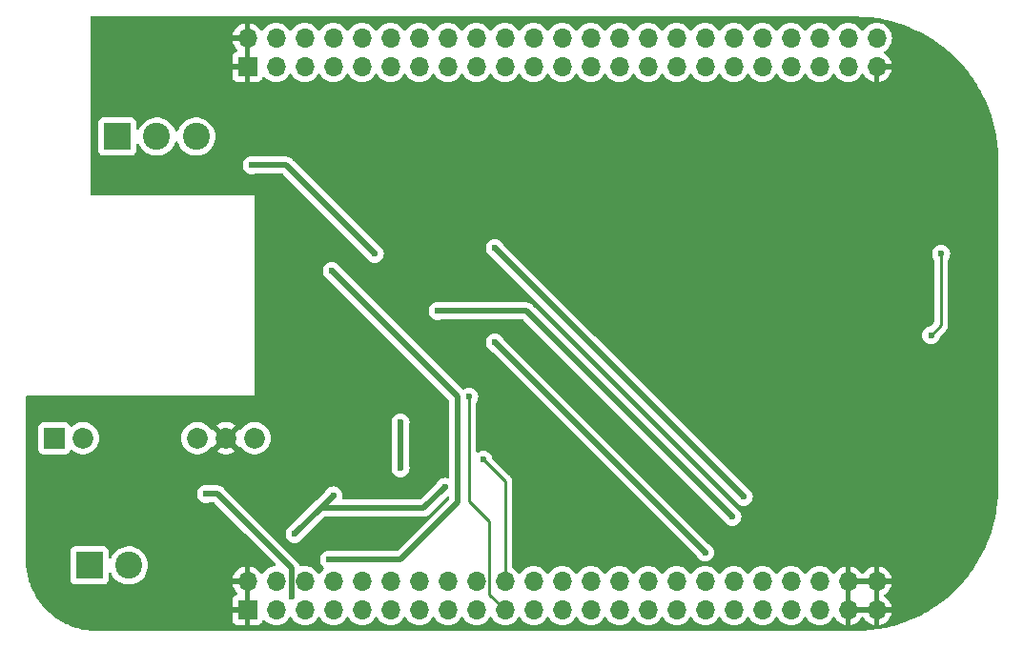
<source format=gbr>
%TF.GenerationSoftware,KiCad,Pcbnew,7.0.9*%
%TF.CreationDate,2024-04-04T18:24:30+02:00*%
%TF.ProjectId,BeaglebonePCBma_yC,42656167-6c65-4626-9f6e-655043426d61,rev?*%
%TF.SameCoordinates,Original*%
%TF.FileFunction,Copper,L2,Bot*%
%TF.FilePolarity,Positive*%
%FSLAX46Y46*%
G04 Gerber Fmt 4.6, Leading zero omitted, Abs format (unit mm)*
G04 Created by KiCad (PCBNEW 7.0.9) date 2024-04-04 18:24:30*
%MOMM*%
%LPD*%
G01*
G04 APERTURE LIST*
%TA.AperFunction,ComponentPad*%
%ADD10R,1.700000X1.700000*%
%TD*%
%TA.AperFunction,ComponentPad*%
%ADD11O,1.700000X1.700000*%
%TD*%
%TA.AperFunction,ComponentPad*%
%ADD12R,2.400000X2.400000*%
%TD*%
%TA.AperFunction,ComponentPad*%
%ADD13C,2.400000*%
%TD*%
%TA.AperFunction,ComponentPad*%
%ADD14R,1.850000X1.850000*%
%TD*%
%TA.AperFunction,ComponentPad*%
%ADD15C,1.850000*%
%TD*%
%TA.AperFunction,ViaPad*%
%ADD16C,0.600000*%
%TD*%
%TA.AperFunction,Conductor*%
%ADD17C,0.250000*%
%TD*%
%TA.AperFunction,Conductor*%
%ADD18C,0.500000*%
%TD*%
G04 APERTURE END LIST*
D10*
%TO.P,P8,1,Pin_1*%
%TO.N,GNDD*%
X119685000Y-49835000D03*
D11*
%TO.P,P8,2,Pin_2*%
X119685000Y-47295000D03*
%TO.P,P8,3,Pin_3*%
%TO.N,/MMC1.DAT6*%
X122225000Y-49835000D03*
%TO.P,P8,4,Pin_4*%
%TO.N,/MMC1.DAT7*%
X122225000Y-47295000D03*
%TO.P,P8,5,Pin_5*%
%TO.N,/MMC1.DAT2*%
X124765000Y-49835000D03*
%TO.P,P8,6,Pin_6*%
%TO.N,/MMC1.DAT3*%
X124765000Y-47295000D03*
%TO.P,P8,7,Pin_7*%
%TO.N,/GPIO66*%
X127305000Y-49835000D03*
%TO.P,P8,8,Pin_8*%
%TO.N,/GPIO67*%
X127305000Y-47295000D03*
%TO.P,P8,9,Pin_9*%
%TO.N,/GPIO69*%
X129845000Y-49835000D03*
%TO.P,P8,10,Pin_10*%
%TO.N,/GPIO68*%
X129845000Y-47295000D03*
%TO.P,P8,11,Pin_11*%
%TO.N,/GPIO45*%
X132385000Y-49835000D03*
%TO.P,P8,12,Pin_12*%
%TO.N,/GPIO44*%
X132385000Y-47295000D03*
%TO.P,P8,13,Pin_13*%
%TO.N,/GPIO23*%
X134925000Y-49835000D03*
%TO.P,P8,14,Pin_14*%
%TO.N,/GPIO26*%
X134925000Y-47295000D03*
%TO.P,P8,15,Pin_15*%
%TO.N,/GPIO47*%
X137465000Y-49835000D03*
%TO.P,P8,16,Pin_16*%
%TO.N,/GPIO46*%
X137465000Y-47295000D03*
%TO.P,P8,17,Pin_17*%
%TO.N,/GPIO27*%
X140005000Y-49835000D03*
%TO.P,P8,18,Pin_18*%
%TO.N,/GPIO65*%
X140005000Y-47295000D03*
%TO.P,P8,19,Pin_19*%
%TO.N,/GPIO22*%
X142545000Y-49835000D03*
%TO.P,P8,20,Pin_20*%
%TO.N,/MMC1.CMD*%
X142545000Y-47295000D03*
%TO.P,P8,21,Pin_21*%
%TO.N,/MMC1.CLK*%
X145085000Y-49835000D03*
%TO.P,P8,22,Pin_22*%
%TO.N,/MMC1.DAT5*%
X145085000Y-47295000D03*
%TO.P,P8,23,Pin_23*%
%TO.N,/MMC1.DAT4*%
X147625000Y-49835000D03*
%TO.P,P8,24,Pin_24*%
%TO.N,/MMC1.DAT1*%
X147625000Y-47295000D03*
%TO.P,P8,25,Pin_25*%
%TO.N,/MMC1.DAT0*%
X150165000Y-49835000D03*
%TO.P,P8,26,Pin_26*%
%TO.N,/LCD.PCLK*%
X150165000Y-47295000D03*
%TO.P,P8,27,Pin_27*%
%TO.N,/LCD.VSYNC*%
X152705000Y-49835000D03*
%TO.P,P8,28,Pin_28*%
%TO.N,/GPIO61*%
X152705000Y-47295000D03*
%TO.P,P8,29,Pin_29*%
%TO.N,/LCD.HSYNC*%
X155245000Y-49835000D03*
%TO.P,P8,30,Pin_30*%
%TO.N,/LCD.AC_BIAS_E*%
X155245000Y-47295000D03*
%TO.P,P8,31,Pin_31*%
%TO.N,/LCD.DATA14*%
X157785000Y-49835000D03*
%TO.P,P8,32,Pin_32*%
%TO.N,/LCD.DATA15*%
X157785000Y-47295000D03*
%TO.P,P8,33,Pin_33*%
%TO.N,/LCD.DATA13*%
X160325000Y-49835000D03*
%TO.P,P8,34,Pin_34*%
%TO.N,/LCD.DATA11*%
X160325000Y-47295000D03*
%TO.P,P8,35,Pin_35*%
%TO.N,/LCD.DATA8*%
X162865000Y-49835000D03*
%TO.P,P8,36,Pin_36*%
%TO.N,/LCD.DATA10*%
X162865000Y-47295000D03*
%TO.P,P8,37,Pin_37*%
%TO.N,/LCD.DATA6*%
X165405000Y-49835000D03*
%TO.P,P8,38,Pin_38*%
%TO.N,/LCD.DATA9*%
X165405000Y-47295000D03*
%TO.P,P8,39,Pin_39*%
%TO.N,/LCD.DATA4*%
X167945000Y-49835000D03*
%TO.P,P8,40,Pin_40*%
%TO.N,/LCD.DATA7*%
X167945000Y-47295000D03*
%TO.P,P8,41,Pin_41*%
%TO.N,/LCD.DATA2*%
X170485000Y-49835000D03*
%TO.P,P8,42,Pin_42*%
%TO.N,/LCD.DATA5*%
X170485000Y-47295000D03*
%TO.P,P8,43,Pin_43*%
%TO.N,/LCD.DATA0*%
X173025000Y-49835000D03*
%TO.P,P8,44,Pin_44*%
%TO.N,/LCD.DATA3*%
X173025000Y-47295000D03*
%TO.P,P8,45,Pin_45*%
%TO.N,GNDD*%
X175565000Y-49835000D03*
%TO.P,P8,46,Pin_46*%
%TO.N,/LCD.DATA1*%
X175565000Y-47295000D03*
%TD*%
D10*
%TO.P,P9,1,Pin_1*%
%TO.N,GNDD*%
X119685000Y-98095000D03*
D11*
%TO.P,P9,2,Pin_2*%
X119685000Y-95555000D03*
%TO.P,P9,3,Pin_3*%
%TO.N,+3V3*%
X122225000Y-98095000D03*
%TO.P,P9,4,Pin_4*%
X122225000Y-95555000D03*
%TO.P,P9,5,Pin_5*%
%TO.N,+5V*%
X124765000Y-98095000D03*
%TO.P,P9,6,Pin_6*%
X124765000Y-95555000D03*
%TO.P,P9,7,Pin_7*%
%TO.N,VBUS*%
X127305000Y-98095000D03*
%TO.P,P9,8,Pin_8*%
X127305000Y-95555000D03*
%TO.P,P9,9,Pin_9*%
%TO.N,/PWR_BUT*%
X129845000Y-98095000D03*
%TO.P,P9,10,Pin_10*%
%TO.N,/~{SYS_RESET}*%
X129845000Y-95555000D03*
%TO.P,P9,11,Pin_11*%
%TO.N,/GPIO30*%
X132385000Y-98095000D03*
%TO.P,P9,12,Pin_12*%
%TO.N,/GPIO60*%
X132385000Y-95555000D03*
%TO.P,P9,13,Pin_13*%
%TO.N,/GPIO31*%
X134925000Y-98095000D03*
%TO.P,P9,14,Pin_14*%
%TO.N,/GPIO40*%
X134925000Y-95555000D03*
%TO.P,P9,15,Pin_15*%
%TO.N,/GPIO48*%
X137465000Y-98095000D03*
%TO.P,P9,16,Pin_16*%
%TO.N,/GPIO51*%
X137465000Y-95555000D03*
%TO.P,P9,17,Pin_17*%
%TO.N,/GPIO4*%
X140005000Y-98095000D03*
%TO.P,P9,18,Pin_18*%
%TO.N,/GPIO5*%
X140005000Y-95555000D03*
%TO.P,P9,19,Pin_19*%
%TO.N,/I2C2.SCL*%
X142545000Y-98095000D03*
%TO.P,P9,20,Pin_20*%
%TO.N,/I2C2.SDA*%
X142545000Y-95555000D03*
%TO.P,P9,21,Pin_21*%
%TO.N,/GPIO3*%
X145085000Y-98095000D03*
%TO.P,P9,22,Pin_22*%
%TO.N,/GPIO2*%
X145085000Y-95555000D03*
%TO.P,P9,23,Pin_23*%
%TO.N,/GPIO49*%
X147625000Y-98095000D03*
%TO.P,P9,24,Pin_24*%
%TO.N,/GPIO15*%
X147625000Y-95555000D03*
%TO.P,P9,25,Pin_25*%
%TO.N,/GPIO117*%
X150165000Y-98095000D03*
%TO.P,P9,26,Pin_26*%
%TO.N,/GPIO14*%
X150165000Y-95555000D03*
%TO.P,P9,27,Pin_27*%
%TO.N,/GPIO125*%
X152705000Y-98095000D03*
%TO.P,P9,28,Pin_28*%
%TO.N,/SPI1.CS0*%
X152705000Y-95555000D03*
%TO.P,P9,29,Pin_29*%
%TO.N,/SPI1.D0*%
X155245000Y-98095000D03*
%TO.P,P9,30,Pin_30*%
%TO.N,/GPIO122*%
X155245000Y-95555000D03*
%TO.P,P9,31,Pin_31*%
%TO.N,/SPI1.SCLK*%
X157785000Y-98095000D03*
%TO.P,P9,32,Pin_32*%
%TO.N,+1V8*%
X157785000Y-95555000D03*
%TO.P,P9,33,Pin_33*%
%TO.N,/AIN4*%
X160325000Y-98095000D03*
%TO.P,P9,34,Pin_34*%
%TO.N,GNDA*%
X160325000Y-95555000D03*
%TO.P,P9,35,Pin_35*%
%TO.N,/AIN6*%
X162865000Y-98095000D03*
%TO.P,P9,36,Pin_36*%
%TO.N,/AIN5*%
X162865000Y-95555000D03*
%TO.P,P9,37,Pin_37*%
%TO.N,/AIN2*%
X165405000Y-98095000D03*
%TO.P,P9,38,Pin_38*%
%TO.N,/AIN3*%
X165405000Y-95555000D03*
%TO.P,P9,39,Pin_39*%
%TO.N,/AIN0*%
X167945000Y-98095000D03*
%TO.P,P9,40,Pin_40*%
%TO.N,/AIN1*%
X167945000Y-95555000D03*
%TO.P,P9,41,Pin_41*%
%TO.N,/GPIO20*%
X170485000Y-98095000D03*
%TO.P,P9,42,Pin_42*%
%TO.N,/GPIO7*%
X170485000Y-95555000D03*
%TO.P,P9,43,Pin_43*%
%TO.N,GNDD*%
X173025000Y-98095000D03*
%TO.P,P9,44,Pin_44*%
X173025000Y-95555000D03*
%TO.P,P9,45,Pin_45*%
X175565000Y-98095000D03*
%TO.P,P9,46,Pin_46*%
X175565000Y-95555000D03*
%TD*%
D12*
%TO.P,J4,1,Pin_1*%
%TO.N,Net-(J4-Pin_1)*%
X108128000Y-56058000D03*
D13*
%TO.P,J4,2,Pin_2*%
%TO.N,Net-(J4-Pin_2)*%
X111628000Y-56058000D03*
%TO.P,J4,3,Pin_3*%
%TO.N,GNDA*%
X115128000Y-56058000D03*
%TD*%
D12*
%TO.P,J2,1,Pin_1*%
%TO.N,Net-(J2-Pin_1)*%
X105644000Y-94158000D03*
D13*
%TO.P,J2,2,Pin_2*%
%TO.N,Net-(J2-Pin_2)*%
X109144000Y-94158000D03*
%TD*%
D14*
%TO.P,PS1,1,-Vin*%
%TO.N,Net-(J2-Pin_1)*%
X102540000Y-82855000D03*
D15*
%TO.P,PS1,2,+Vin*%
%TO.N,Net-(J2-Pin_2)*%
X105080000Y-82855000D03*
%TO.P,PS1,6,+Vout*%
%TO.N,+5V*%
X115240000Y-82855000D03*
%TO.P,PS1,7,-Vout*%
%TO.N,GNDD*%
X117780000Y-82855000D03*
%TO.P,PS1,8,NC*%
%TO.N,unconnected-(PS1-NC-Pad8)*%
X120320000Y-82855000D03*
%TD*%
D16*
%TO.N,/I2C2.SDA*%
X140640000Y-84760000D03*
%TO.N,/I2C2.SCL*%
X139370000Y-79172000D03*
%TO.N,GNDD*%
X175946000Y-71552000D03*
%TO.N,+3V3*%
X127305000Y-87935000D03*
X133274000Y-81458000D03*
X137212000Y-87172000D03*
X133274000Y-85522000D03*
X123876000Y-91364000D03*
%TO.N,+5V*%
X126924000Y-93650000D03*
X127178000Y-67996000D03*
X123622000Y-96952000D03*
X116002000Y-87808000D03*
%TO.N,/AIN1*%
X136576000Y-71552000D03*
X162738000Y-89840000D03*
%TO.N,/AIN0*%
X163754000Y-88062000D03*
X141656000Y-65964000D03*
%TO.N,GNDA*%
X120066000Y-58598000D03*
X130988000Y-66472000D03*
X160325000Y-93015000D03*
X141656000Y-74346000D03*
%TO.N,/GPIO3*%
X180391000Y-73711000D03*
X181280000Y-66450000D03*
%TD*%
D17*
%TO.N,/I2C2.SDA*%
X142545000Y-86665000D02*
X142545000Y-95555000D01*
X140640000Y-84760000D02*
X142545000Y-86665000D01*
%TO.N,/I2C2.SCL*%
X139370000Y-88446116D02*
X141180000Y-90256116D01*
X141180000Y-96730000D02*
X142545000Y-98095000D01*
X141180000Y-90256116D02*
X141180000Y-96730000D01*
X139370000Y-79680000D02*
X139370000Y-79172000D01*
X139370000Y-79680000D02*
X139370000Y-88446116D01*
D18*
%TO.N,+3V3*%
X135306000Y-89078000D02*
X126416000Y-89078000D01*
X126416000Y-89078000D02*
X126289000Y-88951000D01*
X137212000Y-87172000D02*
X135306000Y-89078000D01*
X133274000Y-85522000D02*
X133274000Y-81458000D01*
X126289000Y-88951000D02*
X127305000Y-87935000D01*
X123876000Y-91364000D02*
X126289000Y-88951000D01*
%TO.N,+5V*%
X127178000Y-67996000D02*
X138354000Y-79172000D01*
X133274000Y-93650000D02*
X126924000Y-93650000D01*
X123622000Y-96952000D02*
X123622000Y-94412000D01*
X123622000Y-94412000D02*
X117018000Y-87808000D01*
X124765000Y-95555000D02*
X124765000Y-95809000D01*
X138354000Y-79172000D02*
X138354000Y-88570000D01*
X117018000Y-87808000D02*
X116002000Y-87808000D01*
X138354000Y-88570000D02*
X133274000Y-93650000D01*
%TO.N,/AIN1*%
X144450000Y-71552000D02*
X136576000Y-71552000D01*
X162738000Y-89840000D02*
X144450000Y-71552000D01*
%TO.N,/AIN0*%
X141656000Y-65964000D02*
X163754000Y-88062000D01*
%TO.N,GNDA*%
X141656000Y-74346000D02*
X160325000Y-93015000D01*
X123114000Y-58598000D02*
X130988000Y-66472000D01*
X120066000Y-58598000D02*
X123114000Y-58598000D01*
D17*
%TO.N,/GPIO3*%
X181280000Y-66450000D02*
X181280000Y-72822000D01*
X181280000Y-72822000D02*
X180391000Y-73711000D01*
%TD*%
%TA.AperFunction,Conductor*%
%TO.N,GNDD*%
G36*
X175105507Y-97885156D02*
G01*
X175065000Y-98023111D01*
X175065000Y-98166889D01*
X175105507Y-98304844D01*
X175131314Y-98345000D01*
X173458686Y-98345000D01*
X173484493Y-98304844D01*
X173525000Y-98166889D01*
X173525000Y-98023111D01*
X173484493Y-97885156D01*
X173458686Y-97845000D01*
X175131314Y-97845000D01*
X175105507Y-97885156D01*
G37*
%TD.AperFunction*%
%TA.AperFunction,Conductor*%
G36*
X119935000Y-97659498D02*
G01*
X119827315Y-97610320D01*
X119720763Y-97595000D01*
X119649237Y-97595000D01*
X119542685Y-97610320D01*
X119435000Y-97659498D01*
X119435000Y-95990501D01*
X119542685Y-96039680D01*
X119649237Y-96055000D01*
X119720763Y-96055000D01*
X119827315Y-96039680D01*
X119935000Y-95990501D01*
X119935000Y-97659498D01*
G37*
%TD.AperFunction*%
%TA.AperFunction,Conductor*%
G36*
X173275000Y-97659498D02*
G01*
X173167315Y-97610320D01*
X173060763Y-97595000D01*
X172989237Y-97595000D01*
X172882685Y-97610320D01*
X172775000Y-97659498D01*
X172775000Y-95990501D01*
X172882685Y-96039680D01*
X172989237Y-96055000D01*
X173060763Y-96055000D01*
X173167315Y-96039680D01*
X173275000Y-95990501D01*
X173275000Y-97659498D01*
G37*
%TD.AperFunction*%
%TA.AperFunction,Conductor*%
G36*
X175815000Y-97659498D02*
G01*
X175707315Y-97610320D01*
X175600763Y-97595000D01*
X175529237Y-97595000D01*
X175422685Y-97610320D01*
X175315000Y-97659498D01*
X175315000Y-95990501D01*
X175422685Y-96039680D01*
X175529237Y-96055000D01*
X175600763Y-96055000D01*
X175707315Y-96039680D01*
X175815000Y-95990501D01*
X175815000Y-97659498D01*
G37*
%TD.AperFunction*%
%TA.AperFunction,Conductor*%
G36*
X175105507Y-95345156D02*
G01*
X175065000Y-95483111D01*
X175065000Y-95626889D01*
X175105507Y-95764844D01*
X175131314Y-95805000D01*
X173458686Y-95805000D01*
X173484493Y-95764844D01*
X173525000Y-95626889D01*
X173525000Y-95483111D01*
X173484493Y-95345156D01*
X173458686Y-95305000D01*
X175131314Y-95305000D01*
X175105507Y-95345156D01*
G37*
%TD.AperFunction*%
%TA.AperFunction,Conductor*%
G36*
X119935000Y-49399498D02*
G01*
X119827315Y-49350320D01*
X119720763Y-49335000D01*
X119649237Y-49335000D01*
X119542685Y-49350320D01*
X119435000Y-49399498D01*
X119435000Y-47730501D01*
X119542685Y-47779680D01*
X119649237Y-47795000D01*
X119720763Y-47795000D01*
X119827315Y-47779680D01*
X119935000Y-47730501D01*
X119935000Y-49399498D01*
G37*
%TD.AperFunction*%
%TA.AperFunction,Conductor*%
G36*
X174345796Y-45410348D02*
G01*
X174349149Y-45410530D01*
X174475296Y-45420801D01*
X175031263Y-45466073D01*
X175034561Y-45466431D01*
X175697384Y-45556739D01*
X175714549Y-45559163D01*
X175717490Y-45559653D01*
X176184930Y-45649347D01*
X176301794Y-45671772D01*
X176314980Y-45674394D01*
X176400767Y-45691458D01*
X176403566Y-45692085D01*
X176936659Y-45824659D01*
X177001087Y-45841279D01*
X177078523Y-45861255D01*
X177081203Y-45862010D01*
X177414551Y-45964364D01*
X177578952Y-46014843D01*
X177598577Y-46021098D01*
X177747114Y-46068440D01*
X178108864Y-46201340D01*
X178219057Y-46241824D01*
X178258516Y-46256886D01*
X178401832Y-46311592D01*
X178851218Y-46504904D01*
X179042043Y-46590293D01*
X179471370Y-46803220D01*
X179632283Y-46886349D01*
X179665829Y-46903680D01*
X180076578Y-47135907D01*
X180271263Y-47250748D01*
X180340494Y-47295000D01*
X180664329Y-47501992D01*
X180856497Y-47630394D01*
X181232294Y-47900328D01*
X181328296Y-47972578D01*
X181419800Y-48041442D01*
X181778392Y-48329686D01*
X181959428Y-48482557D01*
X182300772Y-48788790D01*
X182473756Y-48952332D01*
X182797667Y-49276243D01*
X182961209Y-49449227D01*
X183267442Y-49790571D01*
X183420313Y-49971607D01*
X183708557Y-50330199D01*
X183809295Y-50464056D01*
X183837181Y-50501110D01*
X183849675Y-50517711D01*
X184104954Y-50873105D01*
X184119601Y-50893496D01*
X184248007Y-51085670D01*
X184499247Y-51478730D01*
X184614092Y-51673421D01*
X184846319Y-52084170D01*
X184946783Y-52278635D01*
X185159706Y-52707956D01*
X185245105Y-52898805D01*
X185438406Y-53348164D01*
X185508175Y-53530942D01*
X185681554Y-54002871D01*
X185735157Y-54171047D01*
X185887978Y-54668762D01*
X185888743Y-54671474D01*
X185925355Y-54813401D01*
X186057907Y-55346407D01*
X186058549Y-55349275D01*
X186078227Y-55448204D01*
X186190340Y-56032480D01*
X186190842Y-56035493D01*
X186193274Y-56052714D01*
X186193995Y-56058004D01*
X186283565Y-56715416D01*
X186283928Y-56718755D01*
X186339469Y-57400850D01*
X186339651Y-57404203D01*
X186358230Y-58090000D01*
X186358230Y-87300000D01*
X186339651Y-87985796D01*
X186339469Y-87989149D01*
X186283928Y-88671244D01*
X186283565Y-88674583D01*
X186220244Y-89139340D01*
X186210592Y-89210184D01*
X186193282Y-89337230D01*
X186190842Y-89354506D01*
X186190340Y-89357519D01*
X186078227Y-89941795D01*
X186058549Y-90040724D01*
X186057907Y-90043591D01*
X185925355Y-90576598D01*
X185888743Y-90718524D01*
X185887978Y-90721236D01*
X185735157Y-91218952D01*
X185681554Y-91387128D01*
X185508175Y-91859057D01*
X185438406Y-92041835D01*
X185245105Y-92491194D01*
X185159706Y-92682043D01*
X184946783Y-93111364D01*
X184846319Y-93305829D01*
X184614092Y-93716578D01*
X184499247Y-93911269D01*
X184248007Y-94304329D01*
X184119601Y-94496503D01*
X183849682Y-94872279D01*
X183708557Y-95059800D01*
X183420313Y-95418392D01*
X183267442Y-95599428D01*
X182961209Y-95940772D01*
X182797667Y-96113756D01*
X182473756Y-96437667D01*
X182300772Y-96601209D01*
X181959428Y-96907442D01*
X181778392Y-97060313D01*
X181419800Y-97348557D01*
X181232279Y-97489682D01*
X180856503Y-97759601D01*
X180664329Y-97888007D01*
X180271269Y-98139247D01*
X180076578Y-98254092D01*
X179665829Y-98486319D01*
X179471364Y-98586783D01*
X179042043Y-98799706D01*
X178851194Y-98885105D01*
X178401835Y-99078406D01*
X178219057Y-99148175D01*
X177747128Y-99321554D01*
X177578952Y-99375157D01*
X177081236Y-99527978D01*
X177078524Y-99528743D01*
X176936598Y-99565355D01*
X176403591Y-99697907D01*
X176400724Y-99698549D01*
X176301795Y-99718227D01*
X175717519Y-99830340D01*
X175714506Y-99830842D01*
X175699707Y-99832932D01*
X175697199Y-99833286D01*
X175034583Y-99923565D01*
X175031244Y-99923928D01*
X174349149Y-99979469D01*
X174345796Y-99979651D01*
X173660000Y-99998230D01*
X106350000Y-99998230D01*
X105877904Y-99980565D01*
X105873288Y-99980219D01*
X105868247Y-99979651D01*
X105406150Y-99927585D01*
X105401566Y-99926894D01*
X105003461Y-99851569D01*
X104930093Y-99836974D01*
X104926142Y-99836053D01*
X104571068Y-99740912D01*
X104461545Y-99710023D01*
X104457896Y-99708871D01*
X104130725Y-99594390D01*
X104004205Y-99547712D01*
X104000871Y-99546371D01*
X103694849Y-99412857D01*
X103560801Y-99351060D01*
X103557787Y-99349570D01*
X103269785Y-99197355D01*
X103133937Y-99121275D01*
X103131245Y-99119678D01*
X102859900Y-98949181D01*
X102726079Y-98859765D01*
X102723731Y-98858116D01*
X102468538Y-98669775D01*
X102338600Y-98567341D01*
X102328516Y-98558663D01*
X102098559Y-98360769D01*
X101976008Y-98247483D01*
X101752516Y-98023991D01*
X101639227Y-97901436D01*
X101432658Y-97661398D01*
X101330215Y-97531450D01*
X101299389Y-97489682D01*
X101141871Y-97276252D01*
X101140233Y-97273919D01*
X101050818Y-97140099D01*
X100880320Y-96868753D01*
X100878722Y-96866061D01*
X100802644Y-96730214D01*
X100744425Y-96620060D01*
X100650414Y-96442182D01*
X100648951Y-96439224D01*
X100587147Y-96305162D01*
X100536723Y-96189587D01*
X100453627Y-95999127D01*
X100452285Y-95995793D01*
X100405609Y-95869274D01*
X100401838Y-95858498D01*
X100291126Y-95542101D01*
X100289980Y-95538469D01*
X100259094Y-95428956D01*
X100252908Y-95405870D01*
X103943500Y-95405870D01*
X103943501Y-95405876D01*
X103949908Y-95465483D01*
X104000202Y-95600328D01*
X104000206Y-95600335D01*
X104086452Y-95715544D01*
X104086455Y-95715547D01*
X104201664Y-95801793D01*
X104201671Y-95801797D01*
X104336517Y-95852091D01*
X104336516Y-95852091D01*
X104343444Y-95852835D01*
X104396127Y-95858500D01*
X106891872Y-95858499D01*
X106951483Y-95852091D01*
X107086331Y-95801796D01*
X107201546Y-95715546D01*
X107287796Y-95600331D01*
X107338091Y-95465483D01*
X107344500Y-95405873D01*
X107344499Y-94882854D01*
X107364183Y-94815818D01*
X107416987Y-94770063D01*
X107486146Y-94760119D01*
X107549702Y-94789144D01*
X107583927Y-94837553D01*
X107603904Y-94888454D01*
X107607609Y-94897892D01*
X107616458Y-94913219D01*
X107735041Y-95118612D01*
X107893950Y-95317877D01*
X108080783Y-95491232D01*
X108291366Y-95634805D01*
X108291371Y-95634807D01*
X108291372Y-95634808D01*
X108291373Y-95634809D01*
X108413328Y-95693538D01*
X108520992Y-95745387D01*
X108520993Y-95745387D01*
X108520996Y-95745389D01*
X108764542Y-95820513D01*
X109016565Y-95858500D01*
X109271435Y-95858500D01*
X109523458Y-95820513D01*
X109767004Y-95745389D01*
X109996634Y-95634805D01*
X110207217Y-95491232D01*
X110394050Y-95317877D01*
X110552959Y-95118612D01*
X110680393Y-94897888D01*
X110773508Y-94660637D01*
X110830222Y-94412157D01*
X110843292Y-94237745D01*
X110849268Y-94158004D01*
X110849268Y-94157995D01*
X110830222Y-93903845D01*
X110826529Y-93887666D01*
X110773508Y-93655363D01*
X110680393Y-93418112D01*
X110552959Y-93197388D01*
X110394050Y-92998123D01*
X110207217Y-92824768D01*
X109996634Y-92681195D01*
X109996630Y-92681193D01*
X109996627Y-92681191D01*
X109996626Y-92681190D01*
X109767006Y-92570612D01*
X109767008Y-92570612D01*
X109523466Y-92495489D01*
X109523462Y-92495488D01*
X109523458Y-92495487D01*
X109402231Y-92477214D01*
X109271440Y-92457500D01*
X109271435Y-92457500D01*
X109016565Y-92457500D01*
X109016559Y-92457500D01*
X108859609Y-92481157D01*
X108764542Y-92495487D01*
X108764539Y-92495488D01*
X108764533Y-92495489D01*
X108520992Y-92570612D01*
X108291373Y-92681190D01*
X108291372Y-92681191D01*
X108080782Y-92824768D01*
X107893952Y-92998121D01*
X107893950Y-92998123D01*
X107735041Y-93197388D01*
X107607608Y-93418109D01*
X107583927Y-93478447D01*
X107541110Y-93533661D01*
X107475240Y-93556961D01*
X107407230Y-93540950D01*
X107358672Y-93490711D01*
X107344499Y-93433144D01*
X107344499Y-92910129D01*
X107344498Y-92910123D01*
X107344497Y-92910116D01*
X107338091Y-92850517D01*
X107332583Y-92835750D01*
X107287797Y-92715671D01*
X107287793Y-92715664D01*
X107201547Y-92600455D01*
X107201544Y-92600452D01*
X107086335Y-92514206D01*
X107086328Y-92514202D01*
X106951482Y-92463908D01*
X106951483Y-92463908D01*
X106891883Y-92457501D01*
X106891881Y-92457500D01*
X106891873Y-92457500D01*
X106891864Y-92457500D01*
X104396129Y-92457500D01*
X104396123Y-92457501D01*
X104336516Y-92463908D01*
X104201671Y-92514202D01*
X104201664Y-92514206D01*
X104086455Y-92600452D01*
X104086452Y-92600455D01*
X104000206Y-92715664D01*
X104000202Y-92715671D01*
X103949908Y-92850517D01*
X103943501Y-92910116D01*
X103943501Y-92910123D01*
X103943500Y-92910135D01*
X103943500Y-95405870D01*
X100252908Y-95405870D01*
X100163943Y-95073847D01*
X100163024Y-95069904D01*
X100161014Y-95059800D01*
X100148442Y-94996597D01*
X100073104Y-94598432D01*
X100072416Y-94593871D01*
X100019778Y-94126686D01*
X100019435Y-94122119D01*
X100001770Y-93650000D01*
X100001770Y-93648230D01*
X100001770Y-87808003D01*
X115196435Y-87808003D01*
X115216630Y-87987249D01*
X115216631Y-87987254D01*
X115276211Y-88157523D01*
X115328820Y-88241249D01*
X115372184Y-88310262D01*
X115499738Y-88437816D01*
X115652478Y-88533789D01*
X115822745Y-88593368D01*
X115822750Y-88593369D01*
X116001996Y-88613565D01*
X116002000Y-88613565D01*
X116002004Y-88613565D01*
X116181249Y-88593369D01*
X116181252Y-88593368D01*
X116181255Y-88593368D01*
X116261017Y-88565457D01*
X116301972Y-88558500D01*
X116655770Y-88558500D01*
X116722809Y-88578185D01*
X116743451Y-88594819D01*
X119512635Y-91364003D01*
X122150048Y-94001415D01*
X122183533Y-94062738D01*
X122178549Y-94132430D01*
X122136677Y-94188363D01*
X122073175Y-94212624D01*
X121989596Y-94219936D01*
X121989586Y-94219938D01*
X121761344Y-94281094D01*
X121761335Y-94281098D01*
X121547171Y-94380964D01*
X121547169Y-94380965D01*
X121353597Y-94516505D01*
X121186508Y-94683594D01*
X121056269Y-94869595D01*
X121001692Y-94913219D01*
X120932193Y-94920412D01*
X120869839Y-94888890D01*
X120853119Y-94869594D01*
X120723113Y-94683926D01*
X120723108Y-94683920D01*
X120556082Y-94516894D01*
X120362578Y-94381399D01*
X120148492Y-94281570D01*
X120148486Y-94281567D01*
X119935000Y-94224364D01*
X119935000Y-95119498D01*
X119827315Y-95070320D01*
X119720763Y-95055000D01*
X119649237Y-95055000D01*
X119542685Y-95070320D01*
X119435000Y-95119498D01*
X119435000Y-94224364D01*
X119434999Y-94224364D01*
X119221513Y-94281567D01*
X119221507Y-94281570D01*
X119007422Y-94381399D01*
X119007420Y-94381400D01*
X118813926Y-94516886D01*
X118813920Y-94516891D01*
X118646891Y-94683920D01*
X118646886Y-94683926D01*
X118511400Y-94877420D01*
X118511399Y-94877422D01*
X118411570Y-95091507D01*
X118411567Y-95091513D01*
X118354364Y-95304999D01*
X118354364Y-95305000D01*
X119251314Y-95305000D01*
X119225507Y-95345156D01*
X119185000Y-95483111D01*
X119185000Y-95626889D01*
X119225507Y-95764844D01*
X119251314Y-95805000D01*
X118354364Y-95805000D01*
X118411567Y-96018486D01*
X118411570Y-96018492D01*
X118511399Y-96232578D01*
X118646894Y-96426082D01*
X118769334Y-96548522D01*
X118802819Y-96609845D01*
X118797835Y-96679537D01*
X118755963Y-96735470D01*
X118724987Y-96752385D01*
X118592911Y-96801646D01*
X118592906Y-96801649D01*
X118477812Y-96887809D01*
X118477809Y-96887812D01*
X118391649Y-97002906D01*
X118391645Y-97002913D01*
X118341403Y-97137620D01*
X118341401Y-97137627D01*
X118335000Y-97197155D01*
X118335000Y-97845000D01*
X119251314Y-97845000D01*
X119225507Y-97885156D01*
X119185000Y-98023111D01*
X119185000Y-98166889D01*
X119225507Y-98304844D01*
X119251314Y-98345000D01*
X118335000Y-98345000D01*
X118335000Y-98992844D01*
X118341401Y-99052372D01*
X118341403Y-99052379D01*
X118391645Y-99187086D01*
X118391649Y-99187093D01*
X118477809Y-99302187D01*
X118477812Y-99302190D01*
X118592906Y-99388350D01*
X118592913Y-99388354D01*
X118727620Y-99438596D01*
X118727627Y-99438598D01*
X118787155Y-99444999D01*
X118787172Y-99445000D01*
X119435000Y-99445000D01*
X119435000Y-98530501D01*
X119542685Y-98579680D01*
X119649237Y-98595000D01*
X119720763Y-98595000D01*
X119827315Y-98579680D01*
X119935000Y-98530501D01*
X119935000Y-99445000D01*
X120582828Y-99445000D01*
X120582844Y-99444999D01*
X120642372Y-99438598D01*
X120642379Y-99438596D01*
X120777086Y-99388354D01*
X120777093Y-99388350D01*
X120892187Y-99302190D01*
X120892190Y-99302187D01*
X120978350Y-99187093D01*
X120978354Y-99187086D01*
X121027422Y-99055529D01*
X121069293Y-98999595D01*
X121134757Y-98975178D01*
X121203030Y-98990030D01*
X121231285Y-99011181D01*
X121353599Y-99133495D01*
X121430135Y-99187086D01*
X121547165Y-99269032D01*
X121547167Y-99269033D01*
X121547170Y-99269035D01*
X121761337Y-99368903D01*
X121761343Y-99368904D01*
X121761344Y-99368905D01*
X121816285Y-99383626D01*
X121989592Y-99430063D01*
X122160319Y-99445000D01*
X122224999Y-99450659D01*
X122225000Y-99450659D01*
X122225001Y-99450659D01*
X122289681Y-99445000D01*
X122460408Y-99430063D01*
X122688663Y-99368903D01*
X122902830Y-99269035D01*
X123096401Y-99133495D01*
X123263495Y-98966401D01*
X123393425Y-98780842D01*
X123448002Y-98737217D01*
X123517500Y-98730023D01*
X123579855Y-98761546D01*
X123596575Y-98780842D01*
X123726281Y-98966082D01*
X123726505Y-98966401D01*
X123893599Y-99133495D01*
X123970135Y-99187086D01*
X124087165Y-99269032D01*
X124087167Y-99269033D01*
X124087170Y-99269035D01*
X124301337Y-99368903D01*
X124301343Y-99368904D01*
X124301344Y-99368905D01*
X124356285Y-99383626D01*
X124529592Y-99430063D01*
X124700319Y-99445000D01*
X124764999Y-99450659D01*
X124765000Y-99450659D01*
X124765001Y-99450659D01*
X124829681Y-99445000D01*
X125000408Y-99430063D01*
X125228663Y-99368903D01*
X125442830Y-99269035D01*
X125636401Y-99133495D01*
X125803495Y-98966401D01*
X125933425Y-98780842D01*
X125988002Y-98737217D01*
X126057500Y-98730023D01*
X126119855Y-98761546D01*
X126136575Y-98780842D01*
X126266281Y-98966082D01*
X126266505Y-98966401D01*
X126433599Y-99133495D01*
X126510135Y-99187086D01*
X126627165Y-99269032D01*
X126627167Y-99269033D01*
X126627170Y-99269035D01*
X126841337Y-99368903D01*
X126841343Y-99368904D01*
X126841344Y-99368905D01*
X126896285Y-99383626D01*
X127069592Y-99430063D01*
X127240319Y-99445000D01*
X127304999Y-99450659D01*
X127305000Y-99450659D01*
X127305001Y-99450659D01*
X127369681Y-99445000D01*
X127540408Y-99430063D01*
X127768663Y-99368903D01*
X127982830Y-99269035D01*
X128176401Y-99133495D01*
X128343495Y-98966401D01*
X128473425Y-98780842D01*
X128528002Y-98737217D01*
X128597500Y-98730023D01*
X128659855Y-98761546D01*
X128676575Y-98780842D01*
X128806281Y-98966082D01*
X128806505Y-98966401D01*
X128973599Y-99133495D01*
X129050135Y-99187086D01*
X129167165Y-99269032D01*
X129167167Y-99269033D01*
X129167170Y-99269035D01*
X129381337Y-99368903D01*
X129381343Y-99368904D01*
X129381344Y-99368905D01*
X129436285Y-99383626D01*
X129609592Y-99430063D01*
X129780319Y-99445000D01*
X129844999Y-99450659D01*
X129845000Y-99450659D01*
X129845001Y-99450659D01*
X129909681Y-99445000D01*
X130080408Y-99430063D01*
X130308663Y-99368903D01*
X130522830Y-99269035D01*
X130716401Y-99133495D01*
X130883495Y-98966401D01*
X131013425Y-98780842D01*
X131068002Y-98737217D01*
X131137500Y-98730023D01*
X131199855Y-98761546D01*
X131216575Y-98780842D01*
X131346281Y-98966082D01*
X131346505Y-98966401D01*
X131513599Y-99133495D01*
X131590135Y-99187086D01*
X131707165Y-99269032D01*
X131707167Y-99269033D01*
X131707170Y-99269035D01*
X131921337Y-99368903D01*
X131921343Y-99368904D01*
X131921344Y-99368905D01*
X131976285Y-99383626D01*
X132149592Y-99430063D01*
X132320319Y-99445000D01*
X132384999Y-99450659D01*
X132385000Y-99450659D01*
X132385001Y-99450659D01*
X132449681Y-99445000D01*
X132620408Y-99430063D01*
X132848663Y-99368903D01*
X133062830Y-99269035D01*
X133256401Y-99133495D01*
X133423495Y-98966401D01*
X133553425Y-98780842D01*
X133608002Y-98737217D01*
X133677500Y-98730023D01*
X133739855Y-98761546D01*
X133756575Y-98780842D01*
X133886281Y-98966082D01*
X133886505Y-98966401D01*
X134053599Y-99133495D01*
X134130135Y-99187086D01*
X134247165Y-99269032D01*
X134247167Y-99269033D01*
X134247170Y-99269035D01*
X134461337Y-99368903D01*
X134461343Y-99368904D01*
X134461344Y-99368905D01*
X134516285Y-99383626D01*
X134689592Y-99430063D01*
X134860319Y-99445000D01*
X134924999Y-99450659D01*
X134925000Y-99450659D01*
X134925001Y-99450659D01*
X134989681Y-99445000D01*
X135160408Y-99430063D01*
X135388663Y-99368903D01*
X135602830Y-99269035D01*
X135796401Y-99133495D01*
X135963495Y-98966401D01*
X136093425Y-98780842D01*
X136148002Y-98737217D01*
X136217500Y-98730023D01*
X136279855Y-98761546D01*
X136296575Y-98780842D01*
X136426281Y-98966082D01*
X136426505Y-98966401D01*
X136593599Y-99133495D01*
X136670135Y-99187086D01*
X136787165Y-99269032D01*
X136787167Y-99269033D01*
X136787170Y-99269035D01*
X137001337Y-99368903D01*
X137001343Y-99368904D01*
X137001344Y-99368905D01*
X137056285Y-99383626D01*
X137229592Y-99430063D01*
X137400319Y-99445000D01*
X137464999Y-99450659D01*
X137465000Y-99450659D01*
X137465001Y-99450659D01*
X137529681Y-99445000D01*
X137700408Y-99430063D01*
X137928663Y-99368903D01*
X138142830Y-99269035D01*
X138336401Y-99133495D01*
X138503495Y-98966401D01*
X138633425Y-98780842D01*
X138688002Y-98737217D01*
X138757500Y-98730023D01*
X138819855Y-98761546D01*
X138836575Y-98780842D01*
X138966281Y-98966082D01*
X138966505Y-98966401D01*
X139133599Y-99133495D01*
X139210135Y-99187086D01*
X139327165Y-99269032D01*
X139327167Y-99269033D01*
X139327170Y-99269035D01*
X139541337Y-99368903D01*
X139541343Y-99368904D01*
X139541344Y-99368905D01*
X139596285Y-99383626D01*
X139769592Y-99430063D01*
X139940319Y-99445000D01*
X140004999Y-99450659D01*
X140005000Y-99450659D01*
X140005001Y-99450659D01*
X140069681Y-99445000D01*
X140240408Y-99430063D01*
X140468663Y-99368903D01*
X140682830Y-99269035D01*
X140876401Y-99133495D01*
X141043495Y-98966401D01*
X141173425Y-98780842D01*
X141228002Y-98737217D01*
X141297500Y-98730023D01*
X141359855Y-98761546D01*
X141376575Y-98780842D01*
X141506281Y-98966082D01*
X141506505Y-98966401D01*
X141673599Y-99133495D01*
X141750135Y-99187086D01*
X141867165Y-99269032D01*
X141867167Y-99269033D01*
X141867170Y-99269035D01*
X142081337Y-99368903D01*
X142081343Y-99368904D01*
X142081344Y-99368905D01*
X142136285Y-99383626D01*
X142309592Y-99430063D01*
X142480319Y-99445000D01*
X142544999Y-99450659D01*
X142545000Y-99450659D01*
X142545001Y-99450659D01*
X142609681Y-99445000D01*
X142780408Y-99430063D01*
X143008663Y-99368903D01*
X143222830Y-99269035D01*
X143416401Y-99133495D01*
X143583495Y-98966401D01*
X143713425Y-98780842D01*
X143768002Y-98737217D01*
X143837500Y-98730023D01*
X143899855Y-98761546D01*
X143916575Y-98780842D01*
X144046281Y-98966082D01*
X144046505Y-98966401D01*
X144213599Y-99133495D01*
X144290135Y-99187086D01*
X144407165Y-99269032D01*
X144407167Y-99269033D01*
X144407170Y-99269035D01*
X144621337Y-99368903D01*
X144621343Y-99368904D01*
X144621344Y-99368905D01*
X144676285Y-99383626D01*
X144849592Y-99430063D01*
X145020319Y-99445000D01*
X145084999Y-99450659D01*
X145085000Y-99450659D01*
X145085001Y-99450659D01*
X145149681Y-99445000D01*
X145320408Y-99430063D01*
X145548663Y-99368903D01*
X145762830Y-99269035D01*
X145956401Y-99133495D01*
X146123495Y-98966401D01*
X146253425Y-98780842D01*
X146308002Y-98737217D01*
X146377500Y-98730023D01*
X146439855Y-98761546D01*
X146456575Y-98780842D01*
X146586281Y-98966082D01*
X146586505Y-98966401D01*
X146753599Y-99133495D01*
X146830135Y-99187086D01*
X146947165Y-99269032D01*
X146947167Y-99269033D01*
X146947170Y-99269035D01*
X147161337Y-99368903D01*
X147161343Y-99368904D01*
X147161344Y-99368905D01*
X147216285Y-99383626D01*
X147389592Y-99430063D01*
X147560319Y-99445000D01*
X147624999Y-99450659D01*
X147625000Y-99450659D01*
X147625001Y-99450659D01*
X147689681Y-99445000D01*
X147860408Y-99430063D01*
X148088663Y-99368903D01*
X148302830Y-99269035D01*
X148496401Y-99133495D01*
X148663495Y-98966401D01*
X148793425Y-98780842D01*
X148848002Y-98737217D01*
X148917500Y-98730023D01*
X148979855Y-98761546D01*
X148996575Y-98780842D01*
X149126281Y-98966082D01*
X149126505Y-98966401D01*
X149293599Y-99133495D01*
X149370135Y-99187086D01*
X149487165Y-99269032D01*
X149487167Y-99269033D01*
X149487170Y-99269035D01*
X149701337Y-99368903D01*
X149701343Y-99368904D01*
X149701344Y-99368905D01*
X149756285Y-99383626D01*
X149929592Y-99430063D01*
X150100319Y-99445000D01*
X150164999Y-99450659D01*
X150165000Y-99450659D01*
X150165001Y-99450659D01*
X150229681Y-99445000D01*
X150400408Y-99430063D01*
X150628663Y-99368903D01*
X150842830Y-99269035D01*
X151036401Y-99133495D01*
X151203495Y-98966401D01*
X151333425Y-98780842D01*
X151388002Y-98737217D01*
X151457500Y-98730023D01*
X151519855Y-98761546D01*
X151536575Y-98780842D01*
X151666281Y-98966082D01*
X151666505Y-98966401D01*
X151833599Y-99133495D01*
X151910135Y-99187086D01*
X152027165Y-99269032D01*
X152027167Y-99269033D01*
X152027170Y-99269035D01*
X152241337Y-99368903D01*
X152241343Y-99368904D01*
X152241344Y-99368905D01*
X152296285Y-99383626D01*
X152469592Y-99430063D01*
X152640319Y-99445000D01*
X152704999Y-99450659D01*
X152705000Y-99450659D01*
X152705001Y-99450659D01*
X152769681Y-99445000D01*
X152940408Y-99430063D01*
X153168663Y-99368903D01*
X153382830Y-99269035D01*
X153576401Y-99133495D01*
X153743495Y-98966401D01*
X153873425Y-98780842D01*
X153928002Y-98737217D01*
X153997500Y-98730023D01*
X154059855Y-98761546D01*
X154076575Y-98780842D01*
X154206281Y-98966082D01*
X154206505Y-98966401D01*
X154373599Y-99133495D01*
X154450135Y-99187086D01*
X154567165Y-99269032D01*
X154567167Y-99269033D01*
X154567170Y-99269035D01*
X154781337Y-99368903D01*
X154781343Y-99368904D01*
X154781344Y-99368905D01*
X154836285Y-99383626D01*
X155009592Y-99430063D01*
X155180319Y-99445000D01*
X155244999Y-99450659D01*
X155245000Y-99450659D01*
X155245001Y-99450659D01*
X155309681Y-99445000D01*
X155480408Y-99430063D01*
X155708663Y-99368903D01*
X155922830Y-99269035D01*
X156116401Y-99133495D01*
X156283495Y-98966401D01*
X156413425Y-98780842D01*
X156468002Y-98737217D01*
X156537500Y-98730023D01*
X156599855Y-98761546D01*
X156616575Y-98780842D01*
X156746281Y-98966082D01*
X156746505Y-98966401D01*
X156913599Y-99133495D01*
X156990135Y-99187086D01*
X157107165Y-99269032D01*
X157107167Y-99269033D01*
X157107170Y-99269035D01*
X157321337Y-99368903D01*
X157321343Y-99368904D01*
X157321344Y-99368905D01*
X157376285Y-99383626D01*
X157549592Y-99430063D01*
X157720319Y-99445000D01*
X157784999Y-99450659D01*
X157785000Y-99450659D01*
X157785001Y-99450659D01*
X157849681Y-99445000D01*
X158020408Y-99430063D01*
X158248663Y-99368903D01*
X158462830Y-99269035D01*
X158656401Y-99133495D01*
X158823495Y-98966401D01*
X158953425Y-98780842D01*
X159008002Y-98737217D01*
X159077500Y-98730023D01*
X159139855Y-98761546D01*
X159156575Y-98780842D01*
X159286281Y-98966082D01*
X159286505Y-98966401D01*
X159453599Y-99133495D01*
X159530135Y-99187086D01*
X159647165Y-99269032D01*
X159647167Y-99269033D01*
X159647170Y-99269035D01*
X159861337Y-99368903D01*
X159861343Y-99368904D01*
X159861344Y-99368905D01*
X159916285Y-99383626D01*
X160089592Y-99430063D01*
X160260319Y-99445000D01*
X160324999Y-99450659D01*
X160325000Y-99450659D01*
X160325001Y-99450659D01*
X160389681Y-99445000D01*
X160560408Y-99430063D01*
X160788663Y-99368903D01*
X161002830Y-99269035D01*
X161196401Y-99133495D01*
X161363495Y-98966401D01*
X161493425Y-98780842D01*
X161548002Y-98737217D01*
X161617500Y-98730023D01*
X161679855Y-98761546D01*
X161696575Y-98780842D01*
X161826281Y-98966082D01*
X161826505Y-98966401D01*
X161993599Y-99133495D01*
X162070135Y-99187086D01*
X162187165Y-99269032D01*
X162187167Y-99269033D01*
X162187170Y-99269035D01*
X162401337Y-99368903D01*
X162401343Y-99368904D01*
X162401344Y-99368905D01*
X162456285Y-99383626D01*
X162629592Y-99430063D01*
X162800319Y-99445000D01*
X162864999Y-99450659D01*
X162865000Y-99450659D01*
X162865001Y-99450659D01*
X162929681Y-99445000D01*
X163100408Y-99430063D01*
X163328663Y-99368903D01*
X163542830Y-99269035D01*
X163736401Y-99133495D01*
X163903495Y-98966401D01*
X164033425Y-98780842D01*
X164088002Y-98737217D01*
X164157500Y-98730023D01*
X164219855Y-98761546D01*
X164236575Y-98780842D01*
X164366281Y-98966082D01*
X164366505Y-98966401D01*
X164533599Y-99133495D01*
X164610135Y-99187086D01*
X164727165Y-99269032D01*
X164727167Y-99269033D01*
X164727170Y-99269035D01*
X164941337Y-99368903D01*
X164941343Y-99368904D01*
X164941344Y-99368905D01*
X164996285Y-99383626D01*
X165169592Y-99430063D01*
X165340319Y-99445000D01*
X165404999Y-99450659D01*
X165405000Y-99450659D01*
X165405001Y-99450659D01*
X165469681Y-99445000D01*
X165640408Y-99430063D01*
X165868663Y-99368903D01*
X166082830Y-99269035D01*
X166276401Y-99133495D01*
X166443495Y-98966401D01*
X166573425Y-98780842D01*
X166628002Y-98737217D01*
X166697500Y-98730023D01*
X166759855Y-98761546D01*
X166776575Y-98780842D01*
X166906281Y-98966082D01*
X166906505Y-98966401D01*
X167073599Y-99133495D01*
X167150135Y-99187086D01*
X167267165Y-99269032D01*
X167267167Y-99269033D01*
X167267170Y-99269035D01*
X167481337Y-99368903D01*
X167481343Y-99368904D01*
X167481344Y-99368905D01*
X167536285Y-99383626D01*
X167709592Y-99430063D01*
X167880319Y-99445000D01*
X167944999Y-99450659D01*
X167945000Y-99450659D01*
X167945001Y-99450659D01*
X168009681Y-99445000D01*
X168180408Y-99430063D01*
X168408663Y-99368903D01*
X168622830Y-99269035D01*
X168816401Y-99133495D01*
X168983495Y-98966401D01*
X169113425Y-98780842D01*
X169168002Y-98737217D01*
X169237500Y-98730023D01*
X169299855Y-98761546D01*
X169316575Y-98780842D01*
X169446281Y-98966082D01*
X169446505Y-98966401D01*
X169613599Y-99133495D01*
X169690135Y-99187086D01*
X169807165Y-99269032D01*
X169807167Y-99269033D01*
X169807170Y-99269035D01*
X170021337Y-99368903D01*
X170021343Y-99368904D01*
X170021344Y-99368905D01*
X170076285Y-99383626D01*
X170249592Y-99430063D01*
X170420319Y-99445000D01*
X170484999Y-99450659D01*
X170485000Y-99450659D01*
X170485001Y-99450659D01*
X170549681Y-99445000D01*
X170720408Y-99430063D01*
X170948663Y-99368903D01*
X171162830Y-99269035D01*
X171356401Y-99133495D01*
X171523495Y-98966401D01*
X171653730Y-98780405D01*
X171708307Y-98736781D01*
X171777805Y-98729587D01*
X171840160Y-98761110D01*
X171856879Y-98780405D01*
X171986890Y-98966078D01*
X172153917Y-99133105D01*
X172347421Y-99268600D01*
X172561507Y-99368429D01*
X172561516Y-99368433D01*
X172775000Y-99425634D01*
X172775000Y-98530501D01*
X172882685Y-98579680D01*
X172989237Y-98595000D01*
X173060763Y-98595000D01*
X173167315Y-98579680D01*
X173275000Y-98530501D01*
X173275000Y-99425633D01*
X173488483Y-99368433D01*
X173488492Y-99368429D01*
X173702578Y-99268600D01*
X173896082Y-99133105D01*
X174063105Y-98966082D01*
X174193425Y-98779968D01*
X174248002Y-98736344D01*
X174317501Y-98729151D01*
X174379855Y-98760673D01*
X174396575Y-98779968D01*
X174526894Y-98966082D01*
X174693917Y-99133105D01*
X174887421Y-99268600D01*
X175101507Y-99368429D01*
X175101516Y-99368433D01*
X175315000Y-99425634D01*
X175315000Y-98530501D01*
X175422685Y-98579680D01*
X175529237Y-98595000D01*
X175600763Y-98595000D01*
X175707315Y-98579680D01*
X175815000Y-98530501D01*
X175815000Y-99425633D01*
X176028483Y-99368433D01*
X176028492Y-99368429D01*
X176242578Y-99268600D01*
X176436082Y-99133105D01*
X176603105Y-98966082D01*
X176738600Y-98772578D01*
X176838429Y-98558492D01*
X176838432Y-98558486D01*
X176895636Y-98345000D01*
X175998686Y-98345000D01*
X176024493Y-98304844D01*
X176065000Y-98166889D01*
X176065000Y-98023111D01*
X176024493Y-97885156D01*
X175998686Y-97845000D01*
X176895636Y-97845000D01*
X176895635Y-97844999D01*
X176838432Y-97631513D01*
X176838429Y-97631507D01*
X176738600Y-97417422D01*
X176738599Y-97417420D01*
X176603113Y-97223926D01*
X176603108Y-97223920D01*
X176436082Y-97056894D01*
X176249968Y-96926575D01*
X176206344Y-96871998D01*
X176199151Y-96802499D01*
X176230673Y-96740145D01*
X176249968Y-96723425D01*
X176436082Y-96593105D01*
X176603105Y-96426082D01*
X176738600Y-96232578D01*
X176838429Y-96018492D01*
X176838432Y-96018486D01*
X176895636Y-95805000D01*
X175998686Y-95805000D01*
X176024493Y-95764844D01*
X176065000Y-95626889D01*
X176065000Y-95483111D01*
X176024493Y-95345156D01*
X175998686Y-95305000D01*
X176895636Y-95305000D01*
X176895635Y-95304999D01*
X176838432Y-95091513D01*
X176838429Y-95091507D01*
X176738600Y-94877422D01*
X176738599Y-94877420D01*
X176603113Y-94683926D01*
X176603108Y-94683920D01*
X176436082Y-94516894D01*
X176242578Y-94381399D01*
X176028492Y-94281570D01*
X176028486Y-94281567D01*
X175815000Y-94224364D01*
X175815000Y-95119498D01*
X175707315Y-95070320D01*
X175600763Y-95055000D01*
X175529237Y-95055000D01*
X175422685Y-95070320D01*
X175315000Y-95119498D01*
X175315000Y-94224364D01*
X175314999Y-94224364D01*
X175101513Y-94281567D01*
X175101507Y-94281570D01*
X174887422Y-94381399D01*
X174887420Y-94381400D01*
X174693926Y-94516886D01*
X174693920Y-94516891D01*
X174526891Y-94683920D01*
X174526890Y-94683922D01*
X174396575Y-94870031D01*
X174341998Y-94913655D01*
X174272499Y-94920848D01*
X174210145Y-94889326D01*
X174193425Y-94870031D01*
X174063109Y-94683922D01*
X174063108Y-94683920D01*
X173896082Y-94516894D01*
X173702578Y-94381399D01*
X173488492Y-94281570D01*
X173488486Y-94281567D01*
X173275000Y-94224364D01*
X173275000Y-95119498D01*
X173167315Y-95070320D01*
X173060763Y-95055000D01*
X172989237Y-95055000D01*
X172882685Y-95070320D01*
X172775000Y-95119498D01*
X172775000Y-94224364D01*
X172774999Y-94224364D01*
X172561513Y-94281567D01*
X172561507Y-94281570D01*
X172347422Y-94381399D01*
X172347420Y-94381400D01*
X172153926Y-94516886D01*
X172153920Y-94516891D01*
X171986891Y-94683920D01*
X171986890Y-94683922D01*
X171856880Y-94869595D01*
X171802303Y-94913219D01*
X171732804Y-94920412D01*
X171670450Y-94888890D01*
X171653730Y-94869594D01*
X171523494Y-94683597D01*
X171356402Y-94516506D01*
X171356395Y-94516501D01*
X171162834Y-94380967D01*
X171162830Y-94380965D01*
X171063859Y-94334814D01*
X170948663Y-94281097D01*
X170948659Y-94281096D01*
X170948655Y-94281094D01*
X170720413Y-94219938D01*
X170720403Y-94219936D01*
X170485001Y-94199341D01*
X170484999Y-94199341D01*
X170249596Y-94219936D01*
X170249586Y-94219938D01*
X170021344Y-94281094D01*
X170021335Y-94281098D01*
X169807171Y-94380964D01*
X169807169Y-94380965D01*
X169613597Y-94516505D01*
X169446505Y-94683597D01*
X169316575Y-94869158D01*
X169261998Y-94912783D01*
X169192500Y-94919977D01*
X169130145Y-94888454D01*
X169113425Y-94869158D01*
X168983494Y-94683597D01*
X168816402Y-94516506D01*
X168816395Y-94516501D01*
X168622834Y-94380967D01*
X168622830Y-94380965D01*
X168523859Y-94334814D01*
X168408663Y-94281097D01*
X168408659Y-94281096D01*
X168408655Y-94281094D01*
X168180413Y-94219938D01*
X168180403Y-94219936D01*
X167945001Y-94199341D01*
X167944999Y-94199341D01*
X167709596Y-94219936D01*
X167709586Y-94219938D01*
X167481344Y-94281094D01*
X167481335Y-94281098D01*
X167267171Y-94380964D01*
X167267169Y-94380965D01*
X167073597Y-94516505D01*
X166906505Y-94683597D01*
X166776575Y-94869158D01*
X166721998Y-94912783D01*
X166652500Y-94919977D01*
X166590145Y-94888454D01*
X166573425Y-94869158D01*
X166443494Y-94683597D01*
X166276402Y-94516506D01*
X166276395Y-94516501D01*
X166082834Y-94380967D01*
X166082830Y-94380965D01*
X165983859Y-94334814D01*
X165868663Y-94281097D01*
X165868659Y-94281096D01*
X165868655Y-94281094D01*
X165640413Y-94219938D01*
X165640403Y-94219936D01*
X165405001Y-94199341D01*
X165404999Y-94199341D01*
X165169596Y-94219936D01*
X165169586Y-94219938D01*
X164941344Y-94281094D01*
X164941335Y-94281098D01*
X164727171Y-94380964D01*
X164727169Y-94380965D01*
X164533597Y-94516505D01*
X164366505Y-94683597D01*
X164236575Y-94869158D01*
X164181998Y-94912783D01*
X164112500Y-94919977D01*
X164050145Y-94888454D01*
X164033425Y-94869158D01*
X163903494Y-94683597D01*
X163736402Y-94516506D01*
X163736395Y-94516501D01*
X163542834Y-94380967D01*
X163542830Y-94380965D01*
X163443859Y-94334814D01*
X163328663Y-94281097D01*
X163328659Y-94281096D01*
X163328655Y-94281094D01*
X163100413Y-94219938D01*
X163100403Y-94219936D01*
X162865001Y-94199341D01*
X162864999Y-94199341D01*
X162629596Y-94219936D01*
X162629586Y-94219938D01*
X162401344Y-94281094D01*
X162401335Y-94281098D01*
X162187171Y-94380964D01*
X162187169Y-94380965D01*
X161993597Y-94516505D01*
X161826505Y-94683597D01*
X161696575Y-94869158D01*
X161641998Y-94912783D01*
X161572500Y-94919977D01*
X161510145Y-94888454D01*
X161493425Y-94869158D01*
X161363494Y-94683597D01*
X161196402Y-94516506D01*
X161196395Y-94516501D01*
X161002834Y-94380967D01*
X161002830Y-94380965D01*
X160903859Y-94334814D01*
X160788663Y-94281097D01*
X160788659Y-94281096D01*
X160788655Y-94281094D01*
X160560413Y-94219938D01*
X160560403Y-94219936D01*
X160325001Y-94199341D01*
X160324999Y-94199341D01*
X160089596Y-94219936D01*
X160089586Y-94219938D01*
X159861344Y-94281094D01*
X159861335Y-94281098D01*
X159647171Y-94380964D01*
X159647169Y-94380965D01*
X159453597Y-94516505D01*
X159286505Y-94683597D01*
X159156575Y-94869158D01*
X159101998Y-94912783D01*
X159032500Y-94919977D01*
X158970145Y-94888454D01*
X158953425Y-94869158D01*
X158823494Y-94683597D01*
X158656402Y-94516506D01*
X158656395Y-94516501D01*
X158462834Y-94380967D01*
X158462830Y-94380965D01*
X158363859Y-94334814D01*
X158248663Y-94281097D01*
X158248659Y-94281096D01*
X158248655Y-94281094D01*
X158020413Y-94219938D01*
X158020403Y-94219936D01*
X157785001Y-94199341D01*
X157784999Y-94199341D01*
X157549596Y-94219936D01*
X157549586Y-94219938D01*
X157321344Y-94281094D01*
X157321335Y-94281098D01*
X157107171Y-94380964D01*
X157107169Y-94380965D01*
X156913597Y-94516505D01*
X156746505Y-94683597D01*
X156616575Y-94869158D01*
X156561998Y-94912783D01*
X156492500Y-94919977D01*
X156430145Y-94888454D01*
X156413425Y-94869158D01*
X156283494Y-94683597D01*
X156116402Y-94516506D01*
X156116395Y-94516501D01*
X155922834Y-94380967D01*
X155922830Y-94380965D01*
X155823859Y-94334814D01*
X155708663Y-94281097D01*
X155708659Y-94281096D01*
X155708655Y-94281094D01*
X155480413Y-94219938D01*
X155480403Y-94219936D01*
X155245001Y-94199341D01*
X155244999Y-94199341D01*
X155009596Y-94219936D01*
X155009586Y-94219938D01*
X154781344Y-94281094D01*
X154781335Y-94281098D01*
X154567171Y-94380964D01*
X154567169Y-94380965D01*
X154373597Y-94516505D01*
X154206505Y-94683597D01*
X154076575Y-94869158D01*
X154021998Y-94912783D01*
X153952500Y-94919977D01*
X153890145Y-94888454D01*
X153873425Y-94869158D01*
X153743494Y-94683597D01*
X153576402Y-94516506D01*
X153576395Y-94516501D01*
X153382834Y-94380967D01*
X153382830Y-94380965D01*
X153283859Y-94334814D01*
X153168663Y-94281097D01*
X153168659Y-94281096D01*
X153168655Y-94281094D01*
X152940413Y-94219938D01*
X152940403Y-94219936D01*
X152705001Y-94199341D01*
X152704999Y-94199341D01*
X152469596Y-94219936D01*
X152469586Y-94219938D01*
X152241344Y-94281094D01*
X152241335Y-94281098D01*
X152027171Y-94380964D01*
X152027169Y-94380965D01*
X151833597Y-94516505D01*
X151666505Y-94683597D01*
X151536575Y-94869158D01*
X151481998Y-94912783D01*
X151412500Y-94919977D01*
X151350145Y-94888454D01*
X151333425Y-94869158D01*
X151203494Y-94683597D01*
X151036402Y-94516506D01*
X151036395Y-94516501D01*
X150842834Y-94380967D01*
X150842830Y-94380965D01*
X150743859Y-94334814D01*
X150628663Y-94281097D01*
X150628659Y-94281096D01*
X150628655Y-94281094D01*
X150400413Y-94219938D01*
X150400403Y-94219936D01*
X150165001Y-94199341D01*
X150164999Y-94199341D01*
X149929596Y-94219936D01*
X149929586Y-94219938D01*
X149701344Y-94281094D01*
X149701335Y-94281098D01*
X149487171Y-94380964D01*
X149487169Y-94380965D01*
X149293597Y-94516505D01*
X149126505Y-94683597D01*
X148996575Y-94869158D01*
X148941998Y-94912783D01*
X148872500Y-94919977D01*
X148810145Y-94888454D01*
X148793425Y-94869158D01*
X148663494Y-94683597D01*
X148496402Y-94516506D01*
X148496395Y-94516501D01*
X148302834Y-94380967D01*
X148302830Y-94380965D01*
X148203859Y-94334814D01*
X148088663Y-94281097D01*
X148088659Y-94281096D01*
X148088655Y-94281094D01*
X147860413Y-94219938D01*
X147860403Y-94219936D01*
X147625001Y-94199341D01*
X147624999Y-94199341D01*
X147389596Y-94219936D01*
X147389586Y-94219938D01*
X147161344Y-94281094D01*
X147161335Y-94281098D01*
X146947171Y-94380964D01*
X146947169Y-94380965D01*
X146753597Y-94516505D01*
X146586505Y-94683597D01*
X146456575Y-94869158D01*
X146401998Y-94912783D01*
X146332500Y-94919977D01*
X146270145Y-94888454D01*
X146253425Y-94869158D01*
X146123494Y-94683597D01*
X145956402Y-94516506D01*
X145956395Y-94516501D01*
X145762834Y-94380967D01*
X145762830Y-94380965D01*
X145663859Y-94334814D01*
X145548663Y-94281097D01*
X145548659Y-94281096D01*
X145548655Y-94281094D01*
X145320413Y-94219938D01*
X145320403Y-94219936D01*
X145085001Y-94199341D01*
X145084999Y-94199341D01*
X144849596Y-94219936D01*
X144849586Y-94219938D01*
X144621344Y-94281094D01*
X144621335Y-94281098D01*
X144407171Y-94380964D01*
X144407169Y-94380965D01*
X144213597Y-94516505D01*
X144046505Y-94683597D01*
X143916575Y-94869158D01*
X143861998Y-94912783D01*
X143792500Y-94919977D01*
X143730145Y-94888454D01*
X143713425Y-94869158D01*
X143583494Y-94683597D01*
X143416402Y-94516506D01*
X143416401Y-94516505D01*
X143267377Y-94412157D01*
X143223376Y-94381347D01*
X143179751Y-94326770D01*
X143170500Y-94279772D01*
X143170500Y-86747742D01*
X143172224Y-86732122D01*
X143171939Y-86732096D01*
X143172671Y-86724340D01*
X143172673Y-86724333D01*
X143170500Y-86655185D01*
X143170500Y-86625650D01*
X143169631Y-86618772D01*
X143169172Y-86612943D01*
X143167709Y-86566372D01*
X143162122Y-86547144D01*
X143158174Y-86528084D01*
X143155663Y-86508204D01*
X143138512Y-86464887D01*
X143136619Y-86459358D01*
X143123618Y-86414609D01*
X143123616Y-86414606D01*
X143113423Y-86397371D01*
X143104861Y-86379894D01*
X143097487Y-86361270D01*
X143097486Y-86361268D01*
X143070079Y-86323545D01*
X143066888Y-86318686D01*
X143060195Y-86307369D01*
X143043170Y-86278580D01*
X143043168Y-86278578D01*
X143043165Y-86278574D01*
X143029006Y-86264415D01*
X143016368Y-86249619D01*
X143004594Y-86233413D01*
X142968688Y-86203709D01*
X142964376Y-86199786D01*
X141466211Y-84701620D01*
X141432726Y-84640297D01*
X141430673Y-84627836D01*
X141425368Y-84580745D01*
X141365789Y-84410478D01*
X141269816Y-84257738D01*
X141142262Y-84130184D01*
X141092350Y-84098822D01*
X140989523Y-84034211D01*
X140819254Y-83974631D01*
X140819249Y-83974630D01*
X140640004Y-83954435D01*
X140639996Y-83954435D01*
X140460750Y-83974630D01*
X140460745Y-83974631D01*
X140290476Y-84034211D01*
X140185472Y-84100190D01*
X140118235Y-84119190D01*
X140051400Y-84098822D01*
X140006186Y-84045554D01*
X139995500Y-83995196D01*
X139995500Y-79716854D01*
X140014507Y-79650881D01*
X140095788Y-79521524D01*
X140100565Y-79507872D01*
X140155368Y-79351255D01*
X140175565Y-79172000D01*
X140175426Y-79170770D01*
X140155369Y-78992750D01*
X140155368Y-78992745D01*
X140095788Y-78822476D01*
X139999815Y-78669737D01*
X139872262Y-78542184D01*
X139719523Y-78446211D01*
X139549254Y-78386631D01*
X139549249Y-78386630D01*
X139370004Y-78366435D01*
X139369996Y-78366435D01*
X139190750Y-78386630D01*
X139190745Y-78386631D01*
X139020476Y-78446211D01*
X138900994Y-78521287D01*
X138833757Y-78540287D01*
X138766922Y-78519919D01*
X138747341Y-78503974D01*
X134589370Y-74346003D01*
X140850435Y-74346003D01*
X140870630Y-74525249D01*
X140870631Y-74525254D01*
X140930211Y-74695523D01*
X141026184Y-74848262D01*
X141153738Y-74975816D01*
X141306478Y-75071789D01*
X141306480Y-75071789D01*
X141306484Y-75071792D01*
X141312756Y-75074813D01*
X141311869Y-75076653D01*
X141347939Y-75099307D01*
X159571692Y-93323060D01*
X159594356Y-93359129D01*
X159596188Y-93358247D01*
X159599207Y-93364516D01*
X159670795Y-93478447D01*
X159695184Y-93517262D01*
X159822738Y-93644816D01*
X159975478Y-93740789D01*
X160145745Y-93800368D01*
X160145750Y-93800369D01*
X160324996Y-93820565D01*
X160325000Y-93820565D01*
X160325004Y-93820565D01*
X160504249Y-93800369D01*
X160504252Y-93800368D01*
X160504255Y-93800368D01*
X160674522Y-93740789D01*
X160827262Y-93644816D01*
X160954816Y-93517262D01*
X161050789Y-93364522D01*
X161110368Y-93194255D01*
X161115609Y-93147738D01*
X161130565Y-93015003D01*
X161130565Y-93014996D01*
X161110369Y-92835750D01*
X161110368Y-92835745D01*
X161068352Y-92715671D01*
X161050789Y-92665478D01*
X160954816Y-92512738D01*
X160827262Y-92385184D01*
X160674522Y-92289211D01*
X160674516Y-92289207D01*
X160668247Y-92286188D01*
X160669129Y-92284356D01*
X160633060Y-92261692D01*
X142409307Y-74037939D01*
X142386653Y-74001869D01*
X142384813Y-74002756D01*
X142381792Y-73996484D01*
X142381789Y-73996480D01*
X142381789Y-73996478D01*
X142285816Y-73843738D01*
X142158262Y-73716184D01*
X142005523Y-73620211D01*
X141835254Y-73560631D01*
X141835249Y-73560630D01*
X141656004Y-73540435D01*
X141655996Y-73540435D01*
X141476750Y-73560630D01*
X141476745Y-73560631D01*
X141306476Y-73620211D01*
X141153737Y-73716184D01*
X141026184Y-73843737D01*
X140930211Y-73996476D01*
X140870631Y-74166745D01*
X140870630Y-74166750D01*
X140850435Y-74345996D01*
X140850435Y-74346003D01*
X134589370Y-74346003D01*
X131795370Y-71552003D01*
X135770435Y-71552003D01*
X135790630Y-71731249D01*
X135790631Y-71731254D01*
X135850211Y-71901523D01*
X135946184Y-72054262D01*
X136073738Y-72181816D01*
X136226478Y-72277789D01*
X136396745Y-72337368D01*
X136396750Y-72337369D01*
X136575996Y-72357565D01*
X136576000Y-72357565D01*
X136576004Y-72357565D01*
X136755249Y-72337369D01*
X136755252Y-72337368D01*
X136755255Y-72337368D01*
X136835017Y-72309457D01*
X136875972Y-72302500D01*
X144087770Y-72302500D01*
X144154809Y-72322185D01*
X144175451Y-72338819D01*
X161984692Y-90148059D01*
X162007358Y-90184125D01*
X162009188Y-90183244D01*
X162012209Y-90189518D01*
X162012211Y-90189522D01*
X162108184Y-90342262D01*
X162235738Y-90469816D01*
X162388478Y-90565789D01*
X162516806Y-90610693D01*
X162558745Y-90625368D01*
X162558750Y-90625369D01*
X162737996Y-90645565D01*
X162738000Y-90645565D01*
X162738004Y-90645565D01*
X162917249Y-90625369D01*
X162917252Y-90625368D01*
X162917255Y-90625368D01*
X163087522Y-90565789D01*
X163240262Y-90469816D01*
X163367816Y-90342262D01*
X163463789Y-90189522D01*
X163523368Y-90019255D01*
X163523369Y-90019249D01*
X163543565Y-89840003D01*
X163543565Y-89839996D01*
X163523369Y-89660750D01*
X163523368Y-89660745D01*
X163463788Y-89490476D01*
X163367815Y-89337737D01*
X163240262Y-89210184D01*
X163087522Y-89114211D01*
X163087518Y-89114209D01*
X163081244Y-89111188D01*
X163082125Y-89109358D01*
X163046059Y-89086692D01*
X145025729Y-71066361D01*
X145013949Y-71052730D01*
X145006482Y-71042701D01*
X144999612Y-71033472D01*
X144999610Y-71033470D01*
X144959587Y-70999886D01*
X144955612Y-70996244D01*
X144952690Y-70993322D01*
X144949780Y-70990411D01*
X144924040Y-70970059D01*
X144865209Y-70920694D01*
X144859180Y-70916729D01*
X144859212Y-70916680D01*
X144852853Y-70912628D01*
X144852822Y-70912679D01*
X144846680Y-70908891D01*
X144846678Y-70908890D01*
X144846677Y-70908889D01*
X144807474Y-70890608D01*
X144777058Y-70876424D01*
X144742894Y-70859267D01*
X144708433Y-70841960D01*
X144708431Y-70841959D01*
X144708430Y-70841959D01*
X144701645Y-70839489D01*
X144701665Y-70839433D01*
X144694549Y-70836959D01*
X144694531Y-70837015D01*
X144687671Y-70834742D01*
X144659841Y-70828996D01*
X144612434Y-70819207D01*
X144563472Y-70807603D01*
X144537719Y-70801499D01*
X144530547Y-70800661D01*
X144530553Y-70800601D01*
X144523055Y-70799835D01*
X144523050Y-70799895D01*
X144515860Y-70799265D01*
X144439083Y-70801500D01*
X136875972Y-70801500D01*
X136835017Y-70794542D01*
X136755254Y-70766631D01*
X136755249Y-70766630D01*
X136576004Y-70746435D01*
X136575996Y-70746435D01*
X136396750Y-70766630D01*
X136396745Y-70766631D01*
X136226476Y-70826211D01*
X136073737Y-70922184D01*
X135946184Y-71049737D01*
X135850211Y-71202476D01*
X135790631Y-71372745D01*
X135790630Y-71372750D01*
X135770435Y-71551996D01*
X135770435Y-71552003D01*
X131795370Y-71552003D01*
X127931307Y-67687940D01*
X127908651Y-67651867D01*
X127906811Y-67652754D01*
X127903789Y-67646478D01*
X127807815Y-67493737D01*
X127680262Y-67366184D01*
X127527523Y-67270211D01*
X127357254Y-67210631D01*
X127357249Y-67210630D01*
X127178004Y-67190435D01*
X127177996Y-67190435D01*
X126998750Y-67210630D01*
X126998745Y-67210631D01*
X126828476Y-67270211D01*
X126675737Y-67366184D01*
X126548184Y-67493737D01*
X126452211Y-67646476D01*
X126392631Y-67816745D01*
X126392630Y-67816750D01*
X126372435Y-67995996D01*
X126372435Y-67996003D01*
X126392630Y-68175249D01*
X126392631Y-68175254D01*
X126452211Y-68345523D01*
X126548184Y-68498262D01*
X126675738Y-68625816D01*
X126828478Y-68721789D01*
X126828480Y-68721789D01*
X126828484Y-68721792D01*
X126834756Y-68724813D01*
X126833869Y-68726653D01*
X126869939Y-68749307D01*
X137567181Y-79446549D01*
X137600666Y-79507872D01*
X137603500Y-79534230D01*
X137603500Y-86286137D01*
X137583815Y-86353176D01*
X137531011Y-86398931D01*
X137461853Y-86408875D01*
X137438546Y-86403179D01*
X137391257Y-86386632D01*
X137391249Y-86386630D01*
X137212004Y-86366435D01*
X137211996Y-86366435D01*
X137032750Y-86386630D01*
X137032745Y-86386631D01*
X136862476Y-86446211D01*
X136709737Y-86542184D01*
X136582184Y-86669737D01*
X136486211Y-86822478D01*
X136483188Y-86828756D01*
X136481362Y-86827876D01*
X136458693Y-86863937D01*
X135031451Y-88291181D01*
X134970128Y-88324666D01*
X134943770Y-88327500D01*
X128190513Y-88327500D01*
X128123474Y-88307815D01*
X128077719Y-88255011D01*
X128067775Y-88185853D01*
X128073471Y-88162546D01*
X128090367Y-88114257D01*
X128090368Y-88114255D01*
X128090369Y-88114249D01*
X128110565Y-87935003D01*
X128110565Y-87934996D01*
X128090369Y-87755750D01*
X128090368Y-87755745D01*
X128075228Y-87712478D01*
X128030789Y-87585478D01*
X128014615Y-87559738D01*
X127991582Y-87523080D01*
X127934816Y-87432738D01*
X127807262Y-87305184D01*
X127782257Y-87289472D01*
X127654523Y-87209211D01*
X127484254Y-87149631D01*
X127484249Y-87149630D01*
X127305004Y-87129435D01*
X127304996Y-87129435D01*
X127125750Y-87149630D01*
X127125745Y-87149631D01*
X126955476Y-87209211D01*
X126802737Y-87305184D01*
X126675184Y-87432737D01*
X126579211Y-87585478D01*
X126576188Y-87591756D01*
X126574362Y-87590876D01*
X126551693Y-87626937D01*
X125820344Y-88358288D01*
X125775033Y-88403598D01*
X125772410Y-88406072D01*
X125724544Y-88448670D01*
X125724540Y-88448674D01*
X125718106Y-88457863D01*
X125704217Y-88474413D01*
X123567937Y-90610693D01*
X123531876Y-90633362D01*
X123532756Y-90635188D01*
X123526478Y-90638211D01*
X123373737Y-90734184D01*
X123246184Y-90861737D01*
X123150211Y-91014476D01*
X123090631Y-91184745D01*
X123090630Y-91184750D01*
X123070435Y-91363996D01*
X123070435Y-91364003D01*
X123090630Y-91543249D01*
X123090631Y-91543254D01*
X123150211Y-91713523D01*
X123241657Y-91859057D01*
X123246184Y-91866262D01*
X123373738Y-91993816D01*
X123526478Y-92089789D01*
X123696745Y-92149368D01*
X123696750Y-92149369D01*
X123875996Y-92169565D01*
X123876000Y-92169565D01*
X123876004Y-92169565D01*
X124055249Y-92149369D01*
X124055252Y-92149368D01*
X124055255Y-92149368D01*
X124225522Y-92089789D01*
X124378262Y-91993816D01*
X124505816Y-91866262D01*
X124601789Y-91713522D01*
X124601792Y-91713510D01*
X124604810Y-91707248D01*
X124606650Y-91708134D01*
X124629305Y-91672061D01*
X126436548Y-89864819D01*
X126497871Y-89831334D01*
X126524229Y-89828500D01*
X135242295Y-89828500D01*
X135260265Y-89829809D01*
X135284023Y-89833289D01*
X135336068Y-89828735D01*
X135341470Y-89828500D01*
X135349704Y-89828500D01*
X135349709Y-89828500D01*
X135361327Y-89827141D01*
X135382276Y-89824693D01*
X135395028Y-89823577D01*
X135458797Y-89817999D01*
X135458805Y-89817996D01*
X135465866Y-89816539D01*
X135465878Y-89816598D01*
X135473243Y-89814965D01*
X135473229Y-89814906D01*
X135480246Y-89813241D01*
X135480255Y-89813241D01*
X135552423Y-89786974D01*
X135625334Y-89762814D01*
X135625343Y-89762807D01*
X135631882Y-89759760D01*
X135631908Y-89759816D01*
X135638690Y-89756532D01*
X135638663Y-89756478D01*
X135645106Y-89753240D01*
X135645117Y-89753237D01*
X135709283Y-89711034D01*
X135774656Y-89670712D01*
X135774662Y-89670705D01*
X135780325Y-89666229D01*
X135780363Y-89666277D01*
X135786200Y-89661522D01*
X135786161Y-89661475D01*
X135791696Y-89656830D01*
X135844385Y-89600983D01*
X137391819Y-88053548D01*
X137453142Y-88020063D01*
X137522834Y-88025047D01*
X137578767Y-88066919D01*
X137603184Y-88132383D01*
X137603500Y-88141229D01*
X137603500Y-88207770D01*
X137583815Y-88274809D01*
X137567181Y-88295451D01*
X132999451Y-92863181D01*
X132938128Y-92896666D01*
X132911770Y-92899500D01*
X127223972Y-92899500D01*
X127183017Y-92892542D01*
X127103254Y-92864631D01*
X127103249Y-92864630D01*
X126924004Y-92844435D01*
X126923996Y-92844435D01*
X126744750Y-92864630D01*
X126744745Y-92864631D01*
X126574476Y-92924211D01*
X126421737Y-93020184D01*
X126294184Y-93147737D01*
X126198211Y-93300476D01*
X126138631Y-93470745D01*
X126138630Y-93470750D01*
X126118435Y-93649996D01*
X126118435Y-93650000D01*
X126138630Y-93829249D01*
X126138631Y-93829254D01*
X126198211Y-93999523D01*
X126294184Y-94152262D01*
X126421739Y-94279817D01*
X126447946Y-94296284D01*
X126494237Y-94348619D01*
X126504884Y-94417672D01*
X126476509Y-94481520D01*
X126453099Y-94502850D01*
X126433604Y-94516501D01*
X126433595Y-94516508D01*
X126266505Y-94683597D01*
X126136575Y-94869158D01*
X126081998Y-94912783D01*
X126012500Y-94919977D01*
X125950145Y-94888454D01*
X125933425Y-94869158D01*
X125803494Y-94683597D01*
X125636402Y-94516506D01*
X125636395Y-94516501D01*
X125442834Y-94380967D01*
X125442830Y-94380965D01*
X125343859Y-94334814D01*
X125228663Y-94281097D01*
X125228659Y-94281096D01*
X125228655Y-94281094D01*
X125000413Y-94219938D01*
X125000403Y-94219936D01*
X124765001Y-94199341D01*
X124764999Y-94199341D01*
X124529595Y-94219936D01*
X124476714Y-94234105D01*
X124406864Y-94232440D01*
X124349002Y-94193276D01*
X124326917Y-94153331D01*
X124306816Y-94092669D01*
X124303763Y-94086121D01*
X124303817Y-94086095D01*
X124300533Y-94079312D01*
X124300480Y-94079340D01*
X124297238Y-94072885D01*
X124297237Y-94072883D01*
X124255029Y-94008709D01*
X124214711Y-93943344D01*
X124214710Y-93943343D01*
X124214709Y-93943341D01*
X124210233Y-93937681D01*
X124210280Y-93937643D01*
X124205519Y-93931799D01*
X124205474Y-93931838D01*
X124200834Y-93926308D01*
X124144964Y-93873596D01*
X117593729Y-87322361D01*
X117581949Y-87308730D01*
X117574132Y-87298230D01*
X117567612Y-87289472D01*
X117567610Y-87289470D01*
X117527587Y-87255886D01*
X117523612Y-87252244D01*
X117520690Y-87249322D01*
X117517780Y-87246411D01*
X117492040Y-87226059D01*
X117433209Y-87176694D01*
X117427180Y-87172729D01*
X117427212Y-87172680D01*
X117420853Y-87168628D01*
X117420822Y-87168679D01*
X117414680Y-87164891D01*
X117414678Y-87164890D01*
X117414677Y-87164889D01*
X117375474Y-87146608D01*
X117345058Y-87132424D01*
X117310894Y-87115267D01*
X117276433Y-87097960D01*
X117276431Y-87097959D01*
X117276430Y-87097959D01*
X117269645Y-87095489D01*
X117269665Y-87095433D01*
X117262549Y-87092959D01*
X117262531Y-87093015D01*
X117255671Y-87090742D01*
X117227841Y-87084996D01*
X117180434Y-87075207D01*
X117131472Y-87063603D01*
X117105719Y-87057499D01*
X117098547Y-87056661D01*
X117098553Y-87056601D01*
X117091055Y-87055835D01*
X117091050Y-87055895D01*
X117083860Y-87055265D01*
X117007083Y-87057500D01*
X116301972Y-87057500D01*
X116261017Y-87050542D01*
X116181254Y-87022631D01*
X116181249Y-87022630D01*
X116002004Y-87002435D01*
X116001996Y-87002435D01*
X115822750Y-87022630D01*
X115822745Y-87022631D01*
X115652476Y-87082211D01*
X115499737Y-87178184D01*
X115372184Y-87305737D01*
X115276211Y-87458476D01*
X115216631Y-87628745D01*
X115216630Y-87628750D01*
X115196435Y-87807996D01*
X115196435Y-87808003D01*
X100001770Y-87808003D01*
X100001770Y-85522003D01*
X132468435Y-85522003D01*
X132488630Y-85701249D01*
X132488631Y-85701254D01*
X132548211Y-85871523D01*
X132644184Y-86024262D01*
X132771738Y-86151816D01*
X132848066Y-86199776D01*
X132901598Y-86233413D01*
X132924478Y-86247789D01*
X133094745Y-86307368D01*
X133094750Y-86307369D01*
X133273996Y-86327565D01*
X133274000Y-86327565D01*
X133274004Y-86327565D01*
X133453249Y-86307369D01*
X133453252Y-86307368D01*
X133453255Y-86307368D01*
X133623522Y-86247789D01*
X133776262Y-86151816D01*
X133903816Y-86024262D01*
X133999789Y-85871522D01*
X134059368Y-85701255D01*
X134059369Y-85701249D01*
X134079565Y-85522003D01*
X134079565Y-85521996D01*
X134059368Y-85342747D01*
X134059368Y-85342745D01*
X134031458Y-85262982D01*
X134024500Y-85222028D01*
X134024500Y-81757972D01*
X134031458Y-81717017D01*
X134052126Y-81657952D01*
X134059368Y-81637255D01*
X134066669Y-81572455D01*
X134079565Y-81458003D01*
X134079565Y-81457996D01*
X134059369Y-81278750D01*
X134059368Y-81278745D01*
X133999788Y-81108476D01*
X133903815Y-80955737D01*
X133776262Y-80828184D01*
X133623523Y-80732211D01*
X133453254Y-80672631D01*
X133453249Y-80672630D01*
X133274004Y-80652435D01*
X133273996Y-80652435D01*
X133094750Y-80672630D01*
X133094745Y-80672631D01*
X132924476Y-80732211D01*
X132771737Y-80828184D01*
X132644184Y-80955737D01*
X132548211Y-81108476D01*
X132488631Y-81278745D01*
X132488630Y-81278750D01*
X132468435Y-81457996D01*
X132468435Y-81458003D01*
X132488630Y-81637249D01*
X132488631Y-81637254D01*
X132516542Y-81717017D01*
X132523500Y-81757972D01*
X132523500Y-85222028D01*
X132516542Y-85262982D01*
X132488631Y-85342747D01*
X132468435Y-85521996D01*
X132468435Y-85522003D01*
X100001770Y-85522003D01*
X100001770Y-83827870D01*
X101114500Y-83827870D01*
X101114501Y-83827876D01*
X101120908Y-83887483D01*
X101171202Y-84022328D01*
X101171206Y-84022335D01*
X101257452Y-84137544D01*
X101257455Y-84137547D01*
X101372664Y-84223793D01*
X101372671Y-84223797D01*
X101507517Y-84274091D01*
X101507516Y-84274091D01*
X101514444Y-84274835D01*
X101567127Y-84280500D01*
X103512872Y-84280499D01*
X103572483Y-84274091D01*
X103707331Y-84223796D01*
X103822546Y-84137546D01*
X103908796Y-84022331D01*
X103928537Y-83969403D01*
X103970407Y-83913469D01*
X104035871Y-83889051D01*
X104104144Y-83903902D01*
X104120875Y-83914877D01*
X104245027Y-84011509D01*
X104297119Y-84052054D01*
X104297654Y-84052470D01*
X104505421Y-84164908D01*
X104728861Y-84241616D01*
X104961880Y-84280500D01*
X104961881Y-84280500D01*
X105198119Y-84280500D01*
X105198120Y-84280500D01*
X105431139Y-84241616D01*
X105654579Y-84164908D01*
X105862346Y-84052470D01*
X106048773Y-83907368D01*
X106208775Y-83733561D01*
X106337986Y-83535788D01*
X106432883Y-83319445D01*
X106490876Y-83090434D01*
X106510385Y-82855005D01*
X113809615Y-82855005D01*
X113829123Y-83090430D01*
X113887117Y-83319445D01*
X113982013Y-83535787D01*
X114111225Y-83733562D01*
X114268036Y-83903902D01*
X114271227Y-83907368D01*
X114401557Y-84008808D01*
X114457119Y-84052054D01*
X114457654Y-84052470D01*
X114665421Y-84164908D01*
X114888861Y-84241616D01*
X115121880Y-84280500D01*
X115121881Y-84280500D01*
X115358119Y-84280500D01*
X115358120Y-84280500D01*
X115591139Y-84241616D01*
X115814579Y-84164908D01*
X116022346Y-84052470D01*
X116208773Y-83907368D01*
X116368775Y-83733561D01*
X116406490Y-83675832D01*
X116459634Y-83630477D01*
X116528865Y-83621053D01*
X116592201Y-83650554D01*
X116609547Y-83670571D01*
X116610749Y-83670696D01*
X117360195Y-82921251D01*
X117370762Y-82987969D01*
X117431882Y-83107923D01*
X117527077Y-83203118D01*
X117647031Y-83264238D01*
X117713747Y-83274804D01*
X116963386Y-84025165D01*
X116963386Y-84025167D01*
X116997919Y-84052045D01*
X116997925Y-84052049D01*
X117205621Y-84164449D01*
X117205629Y-84164452D01*
X117428981Y-84241129D01*
X117661921Y-84280000D01*
X117898079Y-84280000D01*
X118131018Y-84241129D01*
X118354370Y-84164452D01*
X118354388Y-84164445D01*
X118562066Y-84052054D01*
X118562075Y-84052048D01*
X118596612Y-84025166D01*
X118596613Y-84025165D01*
X117846251Y-83274804D01*
X117912969Y-83264238D01*
X118032923Y-83203118D01*
X118128118Y-83107923D01*
X118189238Y-82987969D01*
X118199804Y-82921251D01*
X118949248Y-83670696D01*
X118952277Y-83670382D01*
X118999036Y-83630477D01*
X119068267Y-83621052D01*
X119131603Y-83650553D01*
X119153509Y-83675832D01*
X119191227Y-83733564D01*
X119332921Y-83887483D01*
X119351227Y-83907368D01*
X119481557Y-84008808D01*
X119537119Y-84052054D01*
X119537654Y-84052470D01*
X119745421Y-84164908D01*
X119968861Y-84241616D01*
X120201880Y-84280500D01*
X120201881Y-84280500D01*
X120438119Y-84280500D01*
X120438120Y-84280500D01*
X120671139Y-84241616D01*
X120894579Y-84164908D01*
X121102346Y-84052470D01*
X121288773Y-83907368D01*
X121448775Y-83733561D01*
X121577986Y-83535788D01*
X121672883Y-83319445D01*
X121730876Y-83090434D01*
X121750385Y-82855000D01*
X121730876Y-82619566D01*
X121672883Y-82390555D01*
X121577986Y-82174212D01*
X121503004Y-82059443D01*
X121448774Y-81976437D01*
X121288776Y-81802635D01*
X121288775Y-81802634D01*
X121288773Y-81802632D01*
X121178775Y-81717017D01*
X121102348Y-81657531D01*
X120894580Y-81545092D01*
X120894571Y-81545089D01*
X120671141Y-81468384D01*
X120476521Y-81435908D01*
X120438120Y-81429500D01*
X120201880Y-81429500D01*
X120163479Y-81435908D01*
X119968858Y-81468384D01*
X119745428Y-81545089D01*
X119745419Y-81545092D01*
X119537651Y-81657531D01*
X119351228Y-81802631D01*
X119351223Y-81802635D01*
X119191225Y-81976438D01*
X119191223Y-81976440D01*
X119153509Y-82034166D01*
X119100363Y-82079523D01*
X119031132Y-82088946D01*
X118967796Y-82059444D01*
X118950451Y-82039427D01*
X118949248Y-82039302D01*
X118199804Y-82788747D01*
X118189238Y-82722031D01*
X118128118Y-82602077D01*
X118032923Y-82506882D01*
X117912969Y-82445762D01*
X117846252Y-82435195D01*
X118596612Y-81684833D01*
X118596612Y-81684831D01*
X118562080Y-81657954D01*
X118562074Y-81657950D01*
X118354378Y-81545550D01*
X118354370Y-81545547D01*
X118131018Y-81468870D01*
X117898079Y-81430000D01*
X117661921Y-81430000D01*
X117428981Y-81468870D01*
X117205629Y-81545547D01*
X117205621Y-81545550D01*
X116997922Y-81657952D01*
X116963386Y-81684831D01*
X116963385Y-81684833D01*
X117713748Y-82435195D01*
X117647031Y-82445762D01*
X117527077Y-82506882D01*
X117431882Y-82602077D01*
X117370762Y-82722031D01*
X117360195Y-82788748D01*
X116610749Y-82039302D01*
X116607717Y-82039616D01*
X116560960Y-82079521D01*
X116491729Y-82088945D01*
X116428393Y-82059443D01*
X116406489Y-82034165D01*
X116368775Y-81976439D01*
X116368773Y-81976437D01*
X116368772Y-81976435D01*
X116208776Y-81802635D01*
X116208775Y-81802634D01*
X116208773Y-81802632D01*
X116098775Y-81717017D01*
X116022348Y-81657531D01*
X115814580Y-81545092D01*
X115814571Y-81545089D01*
X115591141Y-81468384D01*
X115396521Y-81435908D01*
X115358120Y-81429500D01*
X115121880Y-81429500D01*
X115083479Y-81435908D01*
X114888858Y-81468384D01*
X114665428Y-81545089D01*
X114665419Y-81545092D01*
X114457651Y-81657531D01*
X114271228Y-81802631D01*
X114271223Y-81802635D01*
X114111225Y-81976437D01*
X113982013Y-82174212D01*
X113887117Y-82390554D01*
X113829123Y-82619569D01*
X113809615Y-82854994D01*
X113809615Y-82855005D01*
X106510385Y-82855005D01*
X106510385Y-82855000D01*
X106490876Y-82619566D01*
X106432883Y-82390555D01*
X106337986Y-82174212D01*
X106263004Y-82059443D01*
X106208774Y-81976437D01*
X106048776Y-81802635D01*
X106048775Y-81802634D01*
X106048773Y-81802632D01*
X105938775Y-81717017D01*
X105862348Y-81657531D01*
X105654580Y-81545092D01*
X105654571Y-81545089D01*
X105431141Y-81468384D01*
X105236521Y-81435908D01*
X105198120Y-81429500D01*
X104961880Y-81429500D01*
X104923479Y-81435908D01*
X104728858Y-81468384D01*
X104505428Y-81545089D01*
X104505419Y-81545092D01*
X104297651Y-81657531D01*
X104297645Y-81657535D01*
X104120881Y-81795117D01*
X104055887Y-81820760D01*
X103987347Y-81807194D01*
X103937023Y-81758725D01*
X103928537Y-81740597D01*
X103908797Y-81687671D01*
X103908793Y-81687664D01*
X103822547Y-81572455D01*
X103822544Y-81572452D01*
X103707335Y-81486206D01*
X103707328Y-81486202D01*
X103572482Y-81435908D01*
X103572483Y-81435908D01*
X103512883Y-81429501D01*
X103512881Y-81429500D01*
X103512873Y-81429500D01*
X103512864Y-81429500D01*
X101567129Y-81429500D01*
X101567123Y-81429501D01*
X101507516Y-81435908D01*
X101372671Y-81486202D01*
X101372664Y-81486206D01*
X101257455Y-81572452D01*
X101257452Y-81572455D01*
X101171206Y-81687664D01*
X101171202Y-81687671D01*
X101120908Y-81822517D01*
X101114501Y-81882116D01*
X101114500Y-81882135D01*
X101114500Y-83827870D01*
X100001770Y-83827870D01*
X100001770Y-79170770D01*
X100021455Y-79103731D01*
X100074259Y-79057976D01*
X100125770Y-79046770D01*
X120295017Y-79046770D01*
X120295772Y-79046919D01*
X120320001Y-79046916D01*
X120321353Y-79046356D01*
X120321353Y-79046355D01*
X120321355Y-79046355D01*
X120321770Y-79045353D01*
X120321770Y-79045352D01*
X120321916Y-79045000D01*
X120321927Y-79020812D01*
X120321770Y-79020016D01*
X120321770Y-61290047D01*
X120321908Y-61289354D01*
X120321916Y-61264998D01*
X120321356Y-61263646D01*
X120321353Y-61263643D01*
X120320354Y-61263230D01*
X120320001Y-61263084D01*
X120295751Y-61263084D01*
X120295016Y-61263230D01*
X105840770Y-61263230D01*
X105773731Y-61243545D01*
X105727976Y-61190741D01*
X105716770Y-61139230D01*
X105716770Y-58598003D01*
X119260435Y-58598003D01*
X119280630Y-58777249D01*
X119280631Y-58777254D01*
X119340211Y-58947523D01*
X119436184Y-59100262D01*
X119563738Y-59227816D01*
X119716478Y-59323789D01*
X119886745Y-59383368D01*
X119886750Y-59383369D01*
X120065996Y-59403565D01*
X120066000Y-59403565D01*
X120066004Y-59403565D01*
X120245249Y-59383369D01*
X120245252Y-59383368D01*
X120245255Y-59383368D01*
X120325017Y-59355457D01*
X120365972Y-59348500D01*
X122751770Y-59348500D01*
X122818809Y-59368185D01*
X122839451Y-59384819D01*
X130234692Y-66780059D01*
X130257358Y-66816125D01*
X130259188Y-66815244D01*
X130262209Y-66821518D01*
X130262211Y-66821522D01*
X130358184Y-66974262D01*
X130485738Y-67101816D01*
X130638478Y-67197789D01*
X130808745Y-67257368D01*
X130808750Y-67257369D01*
X130987996Y-67277565D01*
X130988000Y-67277565D01*
X130988004Y-67277565D01*
X131167249Y-67257369D01*
X131167252Y-67257368D01*
X131167255Y-67257368D01*
X131337522Y-67197789D01*
X131490262Y-67101816D01*
X131617816Y-66974262D01*
X131713789Y-66821522D01*
X131773368Y-66651255D01*
X131775847Y-66629254D01*
X131793565Y-66472003D01*
X131793565Y-66471996D01*
X131773369Y-66292750D01*
X131773368Y-66292745D01*
X131713788Y-66122476D01*
X131617815Y-65969737D01*
X131612081Y-65964003D01*
X140850435Y-65964003D01*
X140870630Y-66143249D01*
X140870631Y-66143254D01*
X140930211Y-66313523D01*
X141015963Y-66449996D01*
X141026184Y-66466262D01*
X141153738Y-66593816D01*
X141306478Y-66689789D01*
X141306480Y-66689789D01*
X141306484Y-66689792D01*
X141312756Y-66692813D01*
X141311869Y-66694653D01*
X141347939Y-66717307D01*
X163000692Y-88370059D01*
X163023358Y-88406125D01*
X163025188Y-88405244D01*
X163028209Y-88411518D01*
X163028211Y-88411522D01*
X163124184Y-88564262D01*
X163251738Y-88691816D01*
X163404478Y-88787789D01*
X163574745Y-88847368D01*
X163574750Y-88847369D01*
X163753996Y-88867565D01*
X163754000Y-88867565D01*
X163754004Y-88867565D01*
X163933249Y-88847369D01*
X163933252Y-88847368D01*
X163933255Y-88847368D01*
X164103522Y-88787789D01*
X164256262Y-88691816D01*
X164383816Y-88564262D01*
X164479789Y-88411522D01*
X164539368Y-88241255D01*
X164543141Y-88207770D01*
X164559565Y-88062003D01*
X164559565Y-88061996D01*
X164539369Y-87882750D01*
X164539368Y-87882745D01*
X164513215Y-87808003D01*
X164479789Y-87712478D01*
X164383816Y-87559738D01*
X164256262Y-87432184D01*
X164103522Y-87336211D01*
X164103516Y-87336207D01*
X164097247Y-87333188D01*
X164098129Y-87331356D01*
X164062060Y-87308692D01*
X150464371Y-73711003D01*
X179585435Y-73711003D01*
X179605630Y-73890249D01*
X179605631Y-73890254D01*
X179665211Y-74060523D01*
X179761184Y-74213262D01*
X179888738Y-74340816D01*
X180041478Y-74436789D01*
X180211745Y-74496368D01*
X180211750Y-74496369D01*
X180390996Y-74516565D01*
X180391000Y-74516565D01*
X180391004Y-74516565D01*
X180570249Y-74496369D01*
X180570252Y-74496368D01*
X180570255Y-74496368D01*
X180740522Y-74436789D01*
X180893262Y-74340816D01*
X181020816Y-74213262D01*
X181116789Y-74060522D01*
X181176368Y-73890255D01*
X181181672Y-73843173D01*
X181208737Y-73778763D01*
X181217201Y-73769387D01*
X181663787Y-73322802D01*
X181676042Y-73312986D01*
X181675859Y-73312764D01*
X181681866Y-73307792D01*
X181681877Y-73307786D01*
X181712775Y-73274882D01*
X181729227Y-73257364D01*
X181739671Y-73246918D01*
X181750120Y-73236471D01*
X181754379Y-73230978D01*
X181758152Y-73226561D01*
X181790062Y-73192582D01*
X181799715Y-73175020D01*
X181810389Y-73158770D01*
X181822673Y-73142936D01*
X181841180Y-73100167D01*
X181843749Y-73094924D01*
X181866196Y-73054093D01*
X181866197Y-73054092D01*
X181871177Y-73034691D01*
X181877478Y-73016288D01*
X181885438Y-72997896D01*
X181892730Y-72951849D01*
X181893911Y-72946152D01*
X181905500Y-72901019D01*
X181905500Y-72880983D01*
X181907027Y-72861582D01*
X181910160Y-72841804D01*
X181905775Y-72795415D01*
X181905500Y-72789577D01*
X181905500Y-66994854D01*
X181924507Y-66928881D01*
X182005788Y-66799524D01*
X182065368Y-66629254D01*
X182065369Y-66629249D01*
X182085565Y-66450003D01*
X182085565Y-66449996D01*
X182065369Y-66270750D01*
X182065368Y-66270745D01*
X182005788Y-66100476D01*
X181966582Y-66038080D01*
X181909816Y-65947738D01*
X181782262Y-65820184D01*
X181629523Y-65724211D01*
X181459254Y-65664631D01*
X181459249Y-65664630D01*
X181280004Y-65644435D01*
X181279996Y-65644435D01*
X181100750Y-65664630D01*
X181100745Y-65664631D01*
X180930476Y-65724211D01*
X180777737Y-65820184D01*
X180650184Y-65947737D01*
X180554211Y-66100476D01*
X180494631Y-66270745D01*
X180494630Y-66270750D01*
X180474435Y-66449996D01*
X180474435Y-66450003D01*
X180494630Y-66629249D01*
X180494631Y-66629254D01*
X180554211Y-66799524D01*
X180635493Y-66928881D01*
X180654500Y-66994854D01*
X180654500Y-72511546D01*
X180634815Y-72578585D01*
X180618181Y-72599227D01*
X180332620Y-72884787D01*
X180271297Y-72918272D01*
X180258825Y-72920326D01*
X180211750Y-72925630D01*
X180041478Y-72985210D01*
X179888737Y-73081184D01*
X179761184Y-73208737D01*
X179665211Y-73361476D01*
X179605631Y-73531745D01*
X179605630Y-73531750D01*
X179585435Y-73710996D01*
X179585435Y-73711003D01*
X150464371Y-73711003D01*
X142409307Y-65655939D01*
X142386653Y-65619869D01*
X142384813Y-65620756D01*
X142381792Y-65614484D01*
X142381789Y-65614480D01*
X142381789Y-65614478D01*
X142285816Y-65461738D01*
X142158262Y-65334184D01*
X142005523Y-65238211D01*
X141835254Y-65178631D01*
X141835249Y-65178630D01*
X141656004Y-65158435D01*
X141655996Y-65158435D01*
X141476750Y-65178630D01*
X141476745Y-65178631D01*
X141306476Y-65238211D01*
X141153737Y-65334184D01*
X141026184Y-65461737D01*
X140930211Y-65614476D01*
X140870631Y-65784745D01*
X140870630Y-65784750D01*
X140850435Y-65963996D01*
X140850435Y-65964003D01*
X131612081Y-65964003D01*
X131490262Y-65842184D01*
X131398848Y-65784745D01*
X131337522Y-65746211D01*
X131337518Y-65746209D01*
X131331244Y-65743188D01*
X131332125Y-65741358D01*
X131296059Y-65718692D01*
X123689729Y-58112361D01*
X123677949Y-58098730D01*
X123670482Y-58088701D01*
X123663612Y-58079472D01*
X123663610Y-58079470D01*
X123623587Y-58045886D01*
X123619612Y-58042244D01*
X123616690Y-58039322D01*
X123613780Y-58036411D01*
X123588040Y-58016059D01*
X123529209Y-57966694D01*
X123523180Y-57962729D01*
X123523212Y-57962680D01*
X123516853Y-57958628D01*
X123516822Y-57958679D01*
X123510680Y-57954891D01*
X123510678Y-57954890D01*
X123510677Y-57954889D01*
X123471474Y-57936608D01*
X123441058Y-57922424D01*
X123406894Y-57905267D01*
X123372433Y-57887960D01*
X123372431Y-57887959D01*
X123372430Y-57887959D01*
X123365645Y-57885489D01*
X123365665Y-57885433D01*
X123358549Y-57882959D01*
X123358531Y-57883015D01*
X123351671Y-57880742D01*
X123323841Y-57874996D01*
X123276434Y-57865207D01*
X123227472Y-57853603D01*
X123201719Y-57847499D01*
X123194547Y-57846661D01*
X123194553Y-57846601D01*
X123187055Y-57845835D01*
X123187050Y-57845895D01*
X123179860Y-57845265D01*
X123103083Y-57847500D01*
X120365972Y-57847500D01*
X120325017Y-57840542D01*
X120245254Y-57812631D01*
X120245249Y-57812630D01*
X120066004Y-57792435D01*
X120065996Y-57792435D01*
X119886750Y-57812630D01*
X119886745Y-57812631D01*
X119716476Y-57872211D01*
X119563737Y-57968184D01*
X119436184Y-58095737D01*
X119340211Y-58248476D01*
X119280631Y-58418745D01*
X119280630Y-58418750D01*
X119260435Y-58597996D01*
X119260435Y-58598003D01*
X105716770Y-58598003D01*
X105716770Y-57305870D01*
X106427500Y-57305870D01*
X106427501Y-57305876D01*
X106433908Y-57365483D01*
X106484202Y-57500328D01*
X106484206Y-57500335D01*
X106570452Y-57615544D01*
X106570455Y-57615547D01*
X106685664Y-57701793D01*
X106685671Y-57701797D01*
X106820517Y-57752091D01*
X106820516Y-57752091D01*
X106827444Y-57752835D01*
X106880127Y-57758500D01*
X109375872Y-57758499D01*
X109435483Y-57752091D01*
X109570331Y-57701796D01*
X109685546Y-57615546D01*
X109771796Y-57500331D01*
X109822091Y-57365483D01*
X109828500Y-57305873D01*
X109828499Y-56782854D01*
X109848183Y-56715818D01*
X109900987Y-56670063D01*
X109970146Y-56660119D01*
X110033702Y-56689144D01*
X110067927Y-56737553D01*
X110091607Y-56797888D01*
X110219041Y-57018612D01*
X110377950Y-57217877D01*
X110564783Y-57391232D01*
X110775366Y-57534805D01*
X110775371Y-57534807D01*
X110775372Y-57534808D01*
X110775373Y-57534809D01*
X110897328Y-57593538D01*
X111004992Y-57645387D01*
X111004993Y-57645387D01*
X111004996Y-57645389D01*
X111248542Y-57720513D01*
X111500565Y-57758500D01*
X111755435Y-57758500D01*
X112007458Y-57720513D01*
X112251004Y-57645389D01*
X112480634Y-57534805D01*
X112691217Y-57391232D01*
X112878050Y-57217877D01*
X113036959Y-57018612D01*
X113164393Y-56797888D01*
X113257508Y-56560637D01*
X113257510Y-56560624D01*
X113258878Y-56556196D01*
X113260324Y-56556642D01*
X113291213Y-56501412D01*
X113352873Y-56468552D01*
X113422510Y-56474243D01*
X113478016Y-56516680D01*
X113496192Y-56556482D01*
X113497122Y-56556196D01*
X113498490Y-56560630D01*
X113498492Y-56560637D01*
X113591607Y-56797888D01*
X113719041Y-57018612D01*
X113877950Y-57217877D01*
X114064783Y-57391232D01*
X114275366Y-57534805D01*
X114275371Y-57534807D01*
X114275372Y-57534808D01*
X114275373Y-57534809D01*
X114397328Y-57593538D01*
X114504992Y-57645387D01*
X114504993Y-57645387D01*
X114504996Y-57645389D01*
X114748542Y-57720513D01*
X115000565Y-57758500D01*
X115255435Y-57758500D01*
X115507458Y-57720513D01*
X115751004Y-57645389D01*
X115980634Y-57534805D01*
X116191217Y-57391232D01*
X116378050Y-57217877D01*
X116536959Y-57018612D01*
X116664393Y-56797888D01*
X116757508Y-56560637D01*
X116814222Y-56312157D01*
X116833268Y-56058000D01*
X116831581Y-56035493D01*
X116814222Y-55803845D01*
X116777225Y-55641752D01*
X116757508Y-55555363D01*
X116664393Y-55318112D01*
X116536959Y-55097388D01*
X116378050Y-54898123D01*
X116191217Y-54724768D01*
X115980634Y-54581195D01*
X115980630Y-54581193D01*
X115980627Y-54581191D01*
X115980626Y-54581190D01*
X115751006Y-54470612D01*
X115751008Y-54470612D01*
X115507466Y-54395489D01*
X115507462Y-54395488D01*
X115507458Y-54395487D01*
X115386231Y-54377214D01*
X115255440Y-54357500D01*
X115255435Y-54357500D01*
X115000565Y-54357500D01*
X115000559Y-54357500D01*
X114843609Y-54381157D01*
X114748542Y-54395487D01*
X114748539Y-54395488D01*
X114748533Y-54395489D01*
X114504992Y-54470612D01*
X114275373Y-54581190D01*
X114275372Y-54581191D01*
X114064782Y-54724768D01*
X113877952Y-54898121D01*
X113877950Y-54898123D01*
X113719041Y-55097388D01*
X113591608Y-55318109D01*
X113498492Y-55555362D01*
X113497122Y-55559804D01*
X113495677Y-55559358D01*
X113464780Y-55614593D01*
X113403117Y-55647449D01*
X113333480Y-55641752D01*
X113277978Y-55599311D01*
X113259805Y-55559517D01*
X113258878Y-55559804D01*
X113257509Y-55555369D01*
X113257508Y-55555363D01*
X113164393Y-55318112D01*
X113036959Y-55097388D01*
X112878050Y-54898123D01*
X112691217Y-54724768D01*
X112480634Y-54581195D01*
X112480630Y-54581193D01*
X112480627Y-54581191D01*
X112480626Y-54581190D01*
X112251006Y-54470612D01*
X112251008Y-54470612D01*
X112007466Y-54395489D01*
X112007462Y-54395488D01*
X112007458Y-54395487D01*
X111886231Y-54377214D01*
X111755440Y-54357500D01*
X111755435Y-54357500D01*
X111500565Y-54357500D01*
X111500559Y-54357500D01*
X111343609Y-54381157D01*
X111248542Y-54395487D01*
X111248539Y-54395488D01*
X111248533Y-54395489D01*
X111004992Y-54470612D01*
X110775373Y-54581190D01*
X110775372Y-54581191D01*
X110564782Y-54724768D01*
X110377952Y-54898121D01*
X110377950Y-54898123D01*
X110219041Y-55097388D01*
X110091608Y-55318109D01*
X110067927Y-55378447D01*
X110025110Y-55433661D01*
X109959240Y-55456961D01*
X109891230Y-55440950D01*
X109842672Y-55390711D01*
X109828499Y-55333144D01*
X109828499Y-54810129D01*
X109828498Y-54810123D01*
X109828497Y-54810116D01*
X109822091Y-54750517D01*
X109812487Y-54724768D01*
X109771797Y-54615671D01*
X109771793Y-54615664D01*
X109685547Y-54500455D01*
X109685544Y-54500452D01*
X109570335Y-54414206D01*
X109570328Y-54414202D01*
X109435482Y-54363908D01*
X109435483Y-54363908D01*
X109375883Y-54357501D01*
X109375881Y-54357500D01*
X109375873Y-54357500D01*
X109375864Y-54357500D01*
X106880129Y-54357500D01*
X106880123Y-54357501D01*
X106820516Y-54363908D01*
X106685671Y-54414202D01*
X106685664Y-54414206D01*
X106570455Y-54500452D01*
X106570452Y-54500455D01*
X106484206Y-54615664D01*
X106484202Y-54615671D01*
X106433908Y-54750517D01*
X106427501Y-54810116D01*
X106427501Y-54810123D01*
X106427500Y-54810135D01*
X106427500Y-57305870D01*
X105716770Y-57305870D01*
X105716770Y-50732844D01*
X118335000Y-50732844D01*
X118341401Y-50792372D01*
X118341403Y-50792379D01*
X118391645Y-50927086D01*
X118391649Y-50927093D01*
X118477809Y-51042187D01*
X118477812Y-51042190D01*
X118592906Y-51128350D01*
X118592913Y-51128354D01*
X118727620Y-51178596D01*
X118727627Y-51178598D01*
X118787155Y-51184999D01*
X118787172Y-51185000D01*
X119435000Y-51185000D01*
X119435000Y-50270501D01*
X119542685Y-50319680D01*
X119649237Y-50335000D01*
X119720763Y-50335000D01*
X119827315Y-50319680D01*
X119935000Y-50270501D01*
X119935000Y-51185000D01*
X120582828Y-51185000D01*
X120582844Y-51184999D01*
X120642372Y-51178598D01*
X120642379Y-51178596D01*
X120777086Y-51128354D01*
X120777093Y-51128350D01*
X120892187Y-51042190D01*
X120892190Y-51042187D01*
X120978350Y-50927093D01*
X120978354Y-50927086D01*
X121027422Y-50795529D01*
X121069293Y-50739595D01*
X121134757Y-50715178D01*
X121203030Y-50730030D01*
X121231285Y-50751181D01*
X121353599Y-50873495D01*
X121430135Y-50927086D01*
X121547165Y-51009032D01*
X121547167Y-51009033D01*
X121547170Y-51009035D01*
X121761337Y-51108903D01*
X121989592Y-51170063D01*
X122160319Y-51185000D01*
X122224999Y-51190659D01*
X122225000Y-51190659D01*
X122225001Y-51190659D01*
X122289681Y-51185000D01*
X122460408Y-51170063D01*
X122688663Y-51108903D01*
X122902830Y-51009035D01*
X123096401Y-50873495D01*
X123263495Y-50706401D01*
X123393425Y-50520842D01*
X123448002Y-50477217D01*
X123517500Y-50470023D01*
X123579855Y-50501546D01*
X123596575Y-50520842D01*
X123726281Y-50706082D01*
X123726505Y-50706401D01*
X123893599Y-50873495D01*
X123970135Y-50927086D01*
X124087165Y-51009032D01*
X124087167Y-51009033D01*
X124087170Y-51009035D01*
X124301337Y-51108903D01*
X124529592Y-51170063D01*
X124700319Y-51185000D01*
X124764999Y-51190659D01*
X124765000Y-51190659D01*
X124765001Y-51190659D01*
X124829681Y-51185000D01*
X125000408Y-51170063D01*
X125228663Y-51108903D01*
X125442830Y-51009035D01*
X125636401Y-50873495D01*
X125803495Y-50706401D01*
X125933425Y-50520842D01*
X125988002Y-50477217D01*
X126057500Y-50470023D01*
X126119855Y-50501546D01*
X126136575Y-50520842D01*
X126266281Y-50706082D01*
X126266505Y-50706401D01*
X126433599Y-50873495D01*
X126510135Y-50927086D01*
X126627165Y-51009032D01*
X126627167Y-51009033D01*
X126627170Y-51009035D01*
X126841337Y-51108903D01*
X127069592Y-51170063D01*
X127240319Y-51185000D01*
X127304999Y-51190659D01*
X127305000Y-51190659D01*
X127305001Y-51190659D01*
X127369681Y-51185000D01*
X127540408Y-51170063D01*
X127768663Y-51108903D01*
X127982830Y-51009035D01*
X128176401Y-50873495D01*
X128343495Y-50706401D01*
X128473425Y-50520842D01*
X128528002Y-50477217D01*
X128597500Y-50470023D01*
X128659855Y-50501546D01*
X128676575Y-50520842D01*
X128806281Y-50706082D01*
X128806505Y-50706401D01*
X128973599Y-50873495D01*
X129050135Y-50927086D01*
X129167165Y-51009032D01*
X129167167Y-51009033D01*
X129167170Y-51009035D01*
X129381337Y-51108903D01*
X129609592Y-51170063D01*
X129780319Y-51185000D01*
X129844999Y-51190659D01*
X129845000Y-51190659D01*
X129845001Y-51190659D01*
X129909681Y-51185000D01*
X130080408Y-51170063D01*
X130308663Y-51108903D01*
X130522830Y-51009035D01*
X130716401Y-50873495D01*
X130883495Y-50706401D01*
X131013425Y-50520842D01*
X131068002Y-50477217D01*
X131137500Y-50470023D01*
X131199855Y-50501546D01*
X131216575Y-50520842D01*
X131346281Y-50706082D01*
X131346505Y-50706401D01*
X131513599Y-50873495D01*
X131590135Y-50927086D01*
X131707165Y-51009032D01*
X131707167Y-51009033D01*
X131707170Y-51009035D01*
X131921337Y-51108903D01*
X132149592Y-51170063D01*
X132320319Y-51185000D01*
X132384999Y-51190659D01*
X132385000Y-51190659D01*
X132385001Y-51190659D01*
X132449681Y-51185000D01*
X132620408Y-51170063D01*
X132848663Y-51108903D01*
X133062830Y-51009035D01*
X133256401Y-50873495D01*
X133423495Y-50706401D01*
X133553425Y-50520842D01*
X133608002Y-50477217D01*
X133677500Y-50470023D01*
X133739855Y-50501546D01*
X133756575Y-50520842D01*
X133886281Y-50706082D01*
X133886505Y-50706401D01*
X134053599Y-50873495D01*
X134130135Y-50927086D01*
X134247165Y-51009032D01*
X134247167Y-51009033D01*
X134247170Y-51009035D01*
X134461337Y-51108903D01*
X134689592Y-51170063D01*
X134860319Y-51185000D01*
X134924999Y-51190659D01*
X134925000Y-51190659D01*
X134925001Y-51190659D01*
X134989681Y-51185000D01*
X135160408Y-51170063D01*
X135388663Y-51108903D01*
X135602830Y-51009035D01*
X135796401Y-50873495D01*
X135963495Y-50706401D01*
X136093425Y-50520842D01*
X136148002Y-50477217D01*
X136217500Y-50470023D01*
X136279855Y-50501546D01*
X136296575Y-50520842D01*
X136426281Y-50706082D01*
X136426505Y-50706401D01*
X136593599Y-50873495D01*
X136670135Y-50927086D01*
X136787165Y-51009032D01*
X136787167Y-51009033D01*
X136787170Y-51009035D01*
X137001337Y-51108903D01*
X137229592Y-51170063D01*
X137400319Y-51185000D01*
X137464999Y-51190659D01*
X137465000Y-51190659D01*
X137465001Y-51190659D01*
X137529681Y-51185000D01*
X137700408Y-51170063D01*
X137928663Y-51108903D01*
X138142830Y-51009035D01*
X138336401Y-50873495D01*
X138503495Y-50706401D01*
X138633425Y-50520842D01*
X138688002Y-50477217D01*
X138757500Y-50470023D01*
X138819855Y-50501546D01*
X138836575Y-50520842D01*
X138966281Y-50706082D01*
X138966505Y-50706401D01*
X139133599Y-50873495D01*
X139210135Y-50927086D01*
X139327165Y-51009032D01*
X139327167Y-51009033D01*
X139327170Y-51009035D01*
X139541337Y-51108903D01*
X139769592Y-51170063D01*
X139940319Y-51185000D01*
X140004999Y-51190659D01*
X140005000Y-51190659D01*
X140005001Y-51190659D01*
X140069681Y-51185000D01*
X140240408Y-51170063D01*
X140468663Y-51108903D01*
X140682830Y-51009035D01*
X140876401Y-50873495D01*
X141043495Y-50706401D01*
X141173425Y-50520842D01*
X141228002Y-50477217D01*
X141297500Y-50470023D01*
X141359855Y-50501546D01*
X141376575Y-50520842D01*
X141506281Y-50706082D01*
X141506505Y-50706401D01*
X141673599Y-50873495D01*
X141750135Y-50927086D01*
X141867165Y-51009032D01*
X141867167Y-51009033D01*
X141867170Y-51009035D01*
X142081337Y-51108903D01*
X142309592Y-51170063D01*
X142480319Y-51185000D01*
X142544999Y-51190659D01*
X142545000Y-51190659D01*
X142545001Y-51190659D01*
X142609681Y-51185000D01*
X142780408Y-51170063D01*
X143008663Y-51108903D01*
X143222830Y-51009035D01*
X143416401Y-50873495D01*
X143583495Y-50706401D01*
X143713425Y-50520842D01*
X143768002Y-50477217D01*
X143837500Y-50470023D01*
X143899855Y-50501546D01*
X143916575Y-50520842D01*
X144046281Y-50706082D01*
X144046505Y-50706401D01*
X144213599Y-50873495D01*
X144290135Y-50927086D01*
X144407165Y-51009032D01*
X144407167Y-51009033D01*
X144407170Y-51009035D01*
X144621337Y-51108903D01*
X144849592Y-51170063D01*
X145020319Y-51185000D01*
X145084999Y-51190659D01*
X145085000Y-51190659D01*
X145085001Y-51190659D01*
X145149681Y-51185000D01*
X145320408Y-51170063D01*
X145548663Y-51108903D01*
X145762830Y-51009035D01*
X145956401Y-50873495D01*
X146123495Y-50706401D01*
X146253425Y-50520842D01*
X146308002Y-50477217D01*
X146377500Y-50470023D01*
X146439855Y-50501546D01*
X146456575Y-50520842D01*
X146586281Y-50706082D01*
X146586505Y-50706401D01*
X146753599Y-50873495D01*
X146830135Y-50927086D01*
X146947165Y-51009032D01*
X146947167Y-51009033D01*
X146947170Y-51009035D01*
X147161337Y-51108903D01*
X147389592Y-51170063D01*
X147560319Y-51185000D01*
X147624999Y-51190659D01*
X147625000Y-51190659D01*
X147625001Y-51190659D01*
X147689681Y-51185000D01*
X147860408Y-51170063D01*
X148088663Y-51108903D01*
X148302830Y-51009035D01*
X148496401Y-50873495D01*
X148663495Y-50706401D01*
X148793425Y-50520842D01*
X148848002Y-50477217D01*
X148917500Y-50470023D01*
X148979855Y-50501546D01*
X148996575Y-50520842D01*
X149126281Y-50706082D01*
X149126505Y-50706401D01*
X149293599Y-50873495D01*
X149370135Y-50927086D01*
X149487165Y-51009032D01*
X149487167Y-51009033D01*
X149487170Y-51009035D01*
X149701337Y-51108903D01*
X149929592Y-51170063D01*
X150100319Y-51185000D01*
X150164999Y-51190659D01*
X150165000Y-51190659D01*
X150165001Y-51190659D01*
X150229681Y-51185000D01*
X150400408Y-51170063D01*
X150628663Y-51108903D01*
X150842830Y-51009035D01*
X151036401Y-50873495D01*
X151203495Y-50706401D01*
X151333425Y-50520842D01*
X151388002Y-50477217D01*
X151457500Y-50470023D01*
X151519855Y-50501546D01*
X151536575Y-50520842D01*
X151666281Y-50706082D01*
X151666505Y-50706401D01*
X151833599Y-50873495D01*
X151910135Y-50927086D01*
X152027165Y-51009032D01*
X152027167Y-51009033D01*
X152027170Y-51009035D01*
X152241337Y-51108903D01*
X152469592Y-51170063D01*
X152640319Y-51185000D01*
X152704999Y-51190659D01*
X152705000Y-51190659D01*
X152705001Y-51190659D01*
X152769681Y-51185000D01*
X152940408Y-51170063D01*
X153168663Y-51108903D01*
X153382830Y-51009035D01*
X153576401Y-50873495D01*
X153743495Y-50706401D01*
X153873425Y-50520842D01*
X153928002Y-50477217D01*
X153997500Y-50470023D01*
X154059855Y-50501546D01*
X154076575Y-50520842D01*
X154206281Y-50706082D01*
X154206505Y-50706401D01*
X154373599Y-50873495D01*
X154450135Y-50927086D01*
X154567165Y-51009032D01*
X154567167Y-51009033D01*
X154567170Y-51009035D01*
X154781337Y-51108903D01*
X155009592Y-51170063D01*
X155180319Y-51185000D01*
X155244999Y-51190659D01*
X155245000Y-51190659D01*
X155245001Y-51190659D01*
X155309681Y-51185000D01*
X155480408Y-51170063D01*
X155708663Y-51108903D01*
X155922830Y-51009035D01*
X156116401Y-50873495D01*
X156283495Y-50706401D01*
X156413425Y-50520842D01*
X156468002Y-50477217D01*
X156537500Y-50470023D01*
X156599855Y-50501546D01*
X156616575Y-50520842D01*
X156746281Y-50706082D01*
X156746505Y-50706401D01*
X156913599Y-50873495D01*
X156990135Y-50927086D01*
X157107165Y-51009032D01*
X157107167Y-51009033D01*
X157107170Y-51009035D01*
X157321337Y-51108903D01*
X157549592Y-51170063D01*
X157720319Y-51185000D01*
X157784999Y-51190659D01*
X157785000Y-51190659D01*
X157785001Y-51190659D01*
X157849681Y-51185000D01*
X158020408Y-51170063D01*
X158248663Y-51108903D01*
X158462830Y-51009035D01*
X158656401Y-50873495D01*
X158823495Y-50706401D01*
X158953425Y-50520842D01*
X159008002Y-50477217D01*
X159077500Y-50470023D01*
X159139855Y-50501546D01*
X159156575Y-50520842D01*
X159286281Y-50706082D01*
X159286505Y-50706401D01*
X159453599Y-50873495D01*
X159530135Y-50927086D01*
X159647165Y-51009032D01*
X159647167Y-51009033D01*
X159647170Y-51009035D01*
X159861337Y-51108903D01*
X160089592Y-51170063D01*
X160260319Y-51185000D01*
X160324999Y-51190659D01*
X160325000Y-51190659D01*
X160325001Y-51190659D01*
X160389681Y-51185000D01*
X160560408Y-51170063D01*
X160788663Y-51108903D01*
X161002830Y-51009035D01*
X161196401Y-50873495D01*
X161363495Y-50706401D01*
X161493425Y-50520842D01*
X161548002Y-50477217D01*
X161617500Y-50470023D01*
X161679855Y-50501546D01*
X161696575Y-50520842D01*
X161826281Y-50706082D01*
X161826505Y-50706401D01*
X161993599Y-50873495D01*
X162070135Y-50927086D01*
X162187165Y-51009032D01*
X162187167Y-51009033D01*
X162187170Y-51009035D01*
X162401337Y-51108903D01*
X162629592Y-51170063D01*
X162800319Y-51185000D01*
X162864999Y-51190659D01*
X162865000Y-51190659D01*
X162865001Y-51190659D01*
X162929681Y-51185000D01*
X163100408Y-51170063D01*
X163328663Y-51108903D01*
X163542830Y-51009035D01*
X163736401Y-50873495D01*
X163903495Y-50706401D01*
X164033425Y-50520842D01*
X164088002Y-50477217D01*
X164157500Y-50470023D01*
X164219855Y-50501546D01*
X164236575Y-50520842D01*
X164366281Y-50706082D01*
X164366505Y-50706401D01*
X164533599Y-50873495D01*
X164610135Y-50927086D01*
X164727165Y-51009032D01*
X164727167Y-51009033D01*
X164727170Y-51009035D01*
X164941337Y-51108903D01*
X165169592Y-51170063D01*
X165340319Y-51185000D01*
X165404999Y-51190659D01*
X165405000Y-51190659D01*
X165405001Y-51190659D01*
X165469681Y-51185000D01*
X165640408Y-51170063D01*
X165868663Y-51108903D01*
X166082830Y-51009035D01*
X166276401Y-50873495D01*
X166443495Y-50706401D01*
X166573425Y-50520842D01*
X166628002Y-50477217D01*
X166697500Y-50470023D01*
X166759855Y-50501546D01*
X166776575Y-50520842D01*
X166906281Y-50706082D01*
X166906505Y-50706401D01*
X167073599Y-50873495D01*
X167150135Y-50927086D01*
X167267165Y-51009032D01*
X167267167Y-51009033D01*
X167267170Y-51009035D01*
X167481337Y-51108903D01*
X167709592Y-51170063D01*
X167880319Y-51185000D01*
X167944999Y-51190659D01*
X167945000Y-51190659D01*
X167945001Y-51190659D01*
X168009681Y-51185000D01*
X168180408Y-51170063D01*
X168408663Y-51108903D01*
X168622830Y-51009035D01*
X168816401Y-50873495D01*
X168983495Y-50706401D01*
X169113425Y-50520842D01*
X169168002Y-50477217D01*
X169237500Y-50470023D01*
X169299855Y-50501546D01*
X169316575Y-50520842D01*
X169446281Y-50706082D01*
X169446505Y-50706401D01*
X169613599Y-50873495D01*
X169690135Y-50927086D01*
X169807165Y-51009032D01*
X169807167Y-51009033D01*
X169807170Y-51009035D01*
X170021337Y-51108903D01*
X170249592Y-51170063D01*
X170420319Y-51185000D01*
X170484999Y-51190659D01*
X170485000Y-51190659D01*
X170485001Y-51190659D01*
X170549681Y-51185000D01*
X170720408Y-51170063D01*
X170948663Y-51108903D01*
X171162830Y-51009035D01*
X171356401Y-50873495D01*
X171523495Y-50706401D01*
X171653425Y-50520842D01*
X171708002Y-50477217D01*
X171777500Y-50470023D01*
X171839855Y-50501546D01*
X171856575Y-50520842D01*
X171986281Y-50706082D01*
X171986505Y-50706401D01*
X172153599Y-50873495D01*
X172230135Y-50927086D01*
X172347165Y-51009032D01*
X172347167Y-51009033D01*
X172347170Y-51009035D01*
X172561337Y-51108903D01*
X172789592Y-51170063D01*
X172960319Y-51185000D01*
X173024999Y-51190659D01*
X173025000Y-51190659D01*
X173025001Y-51190659D01*
X173089681Y-51185000D01*
X173260408Y-51170063D01*
X173488663Y-51108903D01*
X173702830Y-51009035D01*
X173896401Y-50873495D01*
X174063495Y-50706401D01*
X174193730Y-50520405D01*
X174248307Y-50476781D01*
X174317805Y-50469587D01*
X174380160Y-50501110D01*
X174396879Y-50520405D01*
X174526890Y-50706078D01*
X174693917Y-50873105D01*
X174887421Y-51008600D01*
X175101507Y-51108429D01*
X175101516Y-51108433D01*
X175315000Y-51165634D01*
X175315000Y-50270501D01*
X175422685Y-50319680D01*
X175529237Y-50335000D01*
X175600763Y-50335000D01*
X175707315Y-50319680D01*
X175815000Y-50270501D01*
X175815000Y-51165633D01*
X176028483Y-51108433D01*
X176028492Y-51108429D01*
X176242578Y-51008600D01*
X176436082Y-50873105D01*
X176603105Y-50706082D01*
X176738600Y-50512578D01*
X176838429Y-50298492D01*
X176838432Y-50298486D01*
X176895636Y-50085000D01*
X175998686Y-50085000D01*
X176024493Y-50044844D01*
X176065000Y-49906889D01*
X176065000Y-49763111D01*
X176024493Y-49625156D01*
X175998686Y-49585000D01*
X176895636Y-49585000D01*
X176895635Y-49584999D01*
X176838432Y-49371513D01*
X176838429Y-49371507D01*
X176738600Y-49157422D01*
X176738599Y-49157420D01*
X176603113Y-48963926D01*
X176603108Y-48963920D01*
X176436078Y-48796890D01*
X176250405Y-48666879D01*
X176206780Y-48612302D01*
X176199588Y-48542804D01*
X176231110Y-48480449D01*
X176250406Y-48463730D01*
X176250842Y-48463425D01*
X176436401Y-48333495D01*
X176603495Y-48166401D01*
X176739035Y-47972830D01*
X176838903Y-47758663D01*
X176900063Y-47530408D01*
X176920659Y-47295000D01*
X176900063Y-47059592D01*
X176838903Y-46831337D01*
X176739035Y-46617171D01*
X176733731Y-46609595D01*
X176603494Y-46423597D01*
X176436402Y-46256506D01*
X176436395Y-46256501D01*
X176242834Y-46120967D01*
X176242830Y-46120965D01*
X176130205Y-46068447D01*
X176028663Y-46021097D01*
X176028659Y-46021096D01*
X176028655Y-46021094D01*
X175800413Y-45959938D01*
X175800403Y-45959936D01*
X175565001Y-45939341D01*
X175564999Y-45939341D01*
X175329596Y-45959936D01*
X175329586Y-45959938D01*
X175101344Y-46021094D01*
X175101335Y-46021098D01*
X174887171Y-46120964D01*
X174887169Y-46120965D01*
X174693597Y-46256505D01*
X174526505Y-46423597D01*
X174396575Y-46609158D01*
X174341998Y-46652783D01*
X174272500Y-46659977D01*
X174210145Y-46628454D01*
X174193425Y-46609158D01*
X174063494Y-46423597D01*
X173896402Y-46256506D01*
X173896395Y-46256501D01*
X173702834Y-46120967D01*
X173702830Y-46120965D01*
X173590205Y-46068447D01*
X173488663Y-46021097D01*
X173488659Y-46021096D01*
X173488655Y-46021094D01*
X173260413Y-45959938D01*
X173260403Y-45959936D01*
X173025001Y-45939341D01*
X173024999Y-45939341D01*
X172789596Y-45959936D01*
X172789586Y-45959938D01*
X172561344Y-46021094D01*
X172561335Y-46021098D01*
X172347171Y-46120964D01*
X172347169Y-46120965D01*
X172153597Y-46256505D01*
X171986505Y-46423597D01*
X171856575Y-46609158D01*
X171801998Y-46652783D01*
X171732500Y-46659977D01*
X171670145Y-46628454D01*
X171653425Y-46609158D01*
X171523494Y-46423597D01*
X171356402Y-46256506D01*
X171356395Y-46256501D01*
X171162834Y-46120967D01*
X171162830Y-46120965D01*
X171050205Y-46068447D01*
X170948663Y-46021097D01*
X170948659Y-46021096D01*
X170948655Y-46021094D01*
X170720413Y-45959938D01*
X170720403Y-45959936D01*
X170485001Y-45939341D01*
X170484999Y-45939341D01*
X170249596Y-45959936D01*
X170249586Y-45959938D01*
X170021344Y-46021094D01*
X170021335Y-46021098D01*
X169807171Y-46120964D01*
X169807169Y-46120965D01*
X169613597Y-46256505D01*
X169446505Y-46423597D01*
X169316575Y-46609158D01*
X169261998Y-46652783D01*
X169192500Y-46659977D01*
X169130145Y-46628454D01*
X169113425Y-46609158D01*
X168983494Y-46423597D01*
X168816402Y-46256506D01*
X168816395Y-46256501D01*
X168622834Y-46120967D01*
X168622830Y-46120965D01*
X168510205Y-46068447D01*
X168408663Y-46021097D01*
X168408659Y-46021096D01*
X168408655Y-46021094D01*
X168180413Y-45959938D01*
X168180403Y-45959936D01*
X167945001Y-45939341D01*
X167944999Y-45939341D01*
X167709596Y-45959936D01*
X167709586Y-45959938D01*
X167481344Y-46021094D01*
X167481335Y-46021098D01*
X167267171Y-46120964D01*
X167267169Y-46120965D01*
X167073597Y-46256505D01*
X166906505Y-46423597D01*
X166776575Y-46609158D01*
X166721998Y-46652783D01*
X166652500Y-46659977D01*
X166590145Y-46628454D01*
X166573425Y-46609158D01*
X166443494Y-46423597D01*
X166276402Y-46256506D01*
X166276395Y-46256501D01*
X166082834Y-46120967D01*
X166082830Y-46120965D01*
X165970205Y-46068447D01*
X165868663Y-46021097D01*
X165868659Y-46021096D01*
X165868655Y-46021094D01*
X165640413Y-45959938D01*
X165640403Y-45959936D01*
X165405001Y-45939341D01*
X165404999Y-45939341D01*
X165169596Y-45959936D01*
X165169586Y-45959938D01*
X164941344Y-46021094D01*
X164941335Y-46021098D01*
X164727171Y-46120964D01*
X164727169Y-46120965D01*
X164533597Y-46256505D01*
X164366505Y-46423597D01*
X164236575Y-46609158D01*
X164181998Y-46652783D01*
X164112500Y-46659977D01*
X164050145Y-46628454D01*
X164033425Y-46609158D01*
X163903494Y-46423597D01*
X163736402Y-46256506D01*
X163736395Y-46256501D01*
X163542834Y-46120967D01*
X163542830Y-46120965D01*
X163430205Y-46068447D01*
X163328663Y-46021097D01*
X163328659Y-46021096D01*
X163328655Y-46021094D01*
X163100413Y-45959938D01*
X163100403Y-45959936D01*
X162865001Y-45939341D01*
X162864999Y-45939341D01*
X162629596Y-45959936D01*
X162629586Y-45959938D01*
X162401344Y-46021094D01*
X162401335Y-46021098D01*
X162187171Y-46120964D01*
X162187169Y-46120965D01*
X161993597Y-46256505D01*
X161826505Y-46423597D01*
X161696575Y-46609158D01*
X161641998Y-46652783D01*
X161572500Y-46659977D01*
X161510145Y-46628454D01*
X161493425Y-46609158D01*
X161363494Y-46423597D01*
X161196402Y-46256506D01*
X161196395Y-46256501D01*
X161002834Y-46120967D01*
X161002830Y-46120965D01*
X160890205Y-46068447D01*
X160788663Y-46021097D01*
X160788659Y-46021096D01*
X160788655Y-46021094D01*
X160560413Y-45959938D01*
X160560403Y-45959936D01*
X160325001Y-45939341D01*
X160324999Y-45939341D01*
X160089596Y-45959936D01*
X160089586Y-45959938D01*
X159861344Y-46021094D01*
X159861335Y-46021098D01*
X159647171Y-46120964D01*
X159647169Y-46120965D01*
X159453597Y-46256505D01*
X159286505Y-46423597D01*
X159156575Y-46609158D01*
X159101998Y-46652783D01*
X159032500Y-46659977D01*
X158970145Y-46628454D01*
X158953425Y-46609158D01*
X158823494Y-46423597D01*
X158656402Y-46256506D01*
X158656395Y-46256501D01*
X158462834Y-46120967D01*
X158462830Y-46120965D01*
X158350205Y-46068447D01*
X158248663Y-46021097D01*
X158248659Y-46021096D01*
X158248655Y-46021094D01*
X158020413Y-45959938D01*
X158020403Y-45959936D01*
X157785001Y-45939341D01*
X157784999Y-45939341D01*
X157549596Y-45959936D01*
X157549586Y-45959938D01*
X157321344Y-46021094D01*
X157321335Y-46021098D01*
X157107171Y-46120964D01*
X157107169Y-46120965D01*
X156913597Y-46256505D01*
X156746505Y-46423597D01*
X156616575Y-46609158D01*
X156561998Y-46652783D01*
X156492500Y-46659977D01*
X156430145Y-46628454D01*
X156413425Y-46609158D01*
X156283494Y-46423597D01*
X156116402Y-46256506D01*
X156116395Y-46256501D01*
X155922834Y-46120967D01*
X155922830Y-46120965D01*
X155810205Y-46068447D01*
X155708663Y-46021097D01*
X155708659Y-46021096D01*
X155708655Y-46021094D01*
X155480413Y-45959938D01*
X155480403Y-45959936D01*
X155245001Y-45939341D01*
X155244999Y-45939341D01*
X155009596Y-45959936D01*
X155009586Y-45959938D01*
X154781344Y-46021094D01*
X154781335Y-46021098D01*
X154567171Y-46120964D01*
X154567169Y-46120965D01*
X154373597Y-46256505D01*
X154206505Y-46423597D01*
X154076575Y-46609158D01*
X154021998Y-46652783D01*
X153952500Y-46659977D01*
X153890145Y-46628454D01*
X153873425Y-46609158D01*
X153743494Y-46423597D01*
X153576402Y-46256506D01*
X153576395Y-46256501D01*
X153382834Y-46120967D01*
X153382830Y-46120965D01*
X153270205Y-46068447D01*
X153168663Y-46021097D01*
X153168659Y-46021096D01*
X153168655Y-46021094D01*
X152940413Y-45959938D01*
X152940403Y-45959936D01*
X152705001Y-45939341D01*
X152704999Y-45939341D01*
X152469596Y-45959936D01*
X152469586Y-45959938D01*
X152241344Y-46021094D01*
X152241335Y-46021098D01*
X152027171Y-46120964D01*
X152027169Y-46120965D01*
X151833597Y-46256505D01*
X151666505Y-46423597D01*
X151536575Y-46609158D01*
X151481998Y-46652783D01*
X151412500Y-46659977D01*
X151350145Y-46628454D01*
X151333425Y-46609158D01*
X151203494Y-46423597D01*
X151036402Y-46256506D01*
X151036395Y-46256501D01*
X150842834Y-46120967D01*
X150842830Y-46120965D01*
X150730205Y-46068447D01*
X150628663Y-46021097D01*
X150628659Y-46021096D01*
X150628655Y-46021094D01*
X150400413Y-45959938D01*
X150400403Y-45959936D01*
X150165001Y-45939341D01*
X150164999Y-45939341D01*
X149929596Y-45959936D01*
X149929586Y-45959938D01*
X149701344Y-46021094D01*
X149701335Y-46021098D01*
X149487171Y-46120964D01*
X149487169Y-46120965D01*
X149293597Y-46256505D01*
X149126505Y-46423597D01*
X148996575Y-46609158D01*
X148941998Y-46652783D01*
X148872500Y-46659977D01*
X148810145Y-46628454D01*
X148793425Y-46609158D01*
X148663494Y-46423597D01*
X148496402Y-46256506D01*
X148496395Y-46256501D01*
X148302834Y-46120967D01*
X148302830Y-46120965D01*
X148190205Y-46068447D01*
X148088663Y-46021097D01*
X148088659Y-46021096D01*
X148088655Y-46021094D01*
X147860413Y-45959938D01*
X147860403Y-45959936D01*
X147625001Y-45939341D01*
X147624999Y-45939341D01*
X147389596Y-45959936D01*
X147389586Y-45959938D01*
X147161344Y-46021094D01*
X147161335Y-46021098D01*
X146947171Y-46120964D01*
X146947169Y-46120965D01*
X146753597Y-46256505D01*
X146586505Y-46423597D01*
X146456575Y-46609158D01*
X146401998Y-46652783D01*
X146332500Y-46659977D01*
X146270145Y-46628454D01*
X146253425Y-46609158D01*
X146123494Y-46423597D01*
X145956402Y-46256506D01*
X145956395Y-46256501D01*
X145762834Y-46120967D01*
X145762830Y-46120965D01*
X145650205Y-46068447D01*
X145548663Y-46021097D01*
X145548659Y-46021096D01*
X145548655Y-46021094D01*
X145320413Y-45959938D01*
X145320403Y-45959936D01*
X145085001Y-45939341D01*
X145084999Y-45939341D01*
X144849596Y-45959936D01*
X144849586Y-45959938D01*
X144621344Y-46021094D01*
X144621335Y-46021098D01*
X144407171Y-46120964D01*
X144407169Y-46120965D01*
X144213597Y-46256505D01*
X144046505Y-46423597D01*
X143916575Y-46609158D01*
X143861998Y-46652783D01*
X143792500Y-46659977D01*
X143730145Y-46628454D01*
X143713425Y-46609158D01*
X143583494Y-46423597D01*
X143416402Y-46256506D01*
X143416395Y-46256501D01*
X143222834Y-46120967D01*
X143222830Y-46120965D01*
X143110205Y-46068447D01*
X143008663Y-46021097D01*
X143008659Y-46021096D01*
X143008655Y-46021094D01*
X142780413Y-45959938D01*
X142780403Y-45959936D01*
X142545001Y-45939341D01*
X142544999Y-45939341D01*
X142309596Y-45959936D01*
X142309586Y-45959938D01*
X142081344Y-46021094D01*
X142081335Y-46021098D01*
X141867171Y-46120964D01*
X141867169Y-46120965D01*
X141673597Y-46256505D01*
X141506505Y-46423597D01*
X141376575Y-46609158D01*
X141321998Y-46652783D01*
X141252500Y-46659977D01*
X141190145Y-46628454D01*
X141173425Y-46609158D01*
X141043494Y-46423597D01*
X140876402Y-46256506D01*
X140876395Y-46256501D01*
X140682834Y-46120967D01*
X140682830Y-46120965D01*
X140570205Y-46068447D01*
X140468663Y-46021097D01*
X140468659Y-46021096D01*
X140468655Y-46021094D01*
X140240413Y-45959938D01*
X140240403Y-45959936D01*
X140005001Y-45939341D01*
X140004999Y-45939341D01*
X139769596Y-45959936D01*
X139769586Y-45959938D01*
X139541344Y-46021094D01*
X139541335Y-46021098D01*
X139327171Y-46120964D01*
X139327169Y-46120965D01*
X139133597Y-46256505D01*
X138966505Y-46423597D01*
X138836575Y-46609158D01*
X138781998Y-46652783D01*
X138712500Y-46659977D01*
X138650145Y-46628454D01*
X138633425Y-46609158D01*
X138503494Y-46423597D01*
X138336402Y-46256506D01*
X138336395Y-46256501D01*
X138142834Y-46120967D01*
X138142830Y-46120965D01*
X138030205Y-46068447D01*
X137928663Y-46021097D01*
X137928659Y-46021096D01*
X137928655Y-46021094D01*
X137700413Y-45959938D01*
X137700403Y-45959936D01*
X137465001Y-45939341D01*
X137464999Y-45939341D01*
X137229596Y-45959936D01*
X137229586Y-45959938D01*
X137001344Y-46021094D01*
X137001335Y-46021098D01*
X136787171Y-46120964D01*
X136787169Y-46120965D01*
X136593597Y-46256505D01*
X136426505Y-46423597D01*
X136296575Y-46609158D01*
X136241998Y-46652783D01*
X136172500Y-46659977D01*
X136110145Y-46628454D01*
X136093425Y-46609158D01*
X135963494Y-46423597D01*
X135796402Y-46256506D01*
X135796395Y-46256501D01*
X135602834Y-46120967D01*
X135602830Y-46120965D01*
X135490205Y-46068447D01*
X135388663Y-46021097D01*
X135388659Y-46021096D01*
X135388655Y-46021094D01*
X135160413Y-45959938D01*
X135160403Y-45959936D01*
X134925001Y-45939341D01*
X134924999Y-45939341D01*
X134689596Y-45959936D01*
X134689586Y-45959938D01*
X134461344Y-46021094D01*
X134461335Y-46021098D01*
X134247171Y-46120964D01*
X134247169Y-46120965D01*
X134053597Y-46256505D01*
X133886505Y-46423597D01*
X133756575Y-46609158D01*
X133701998Y-46652783D01*
X133632500Y-46659977D01*
X133570145Y-46628454D01*
X133553425Y-46609158D01*
X133423494Y-46423597D01*
X133256402Y-46256506D01*
X133256395Y-46256501D01*
X133062834Y-46120967D01*
X133062830Y-46120965D01*
X132950205Y-46068447D01*
X132848663Y-46021097D01*
X132848659Y-46021096D01*
X132848655Y-46021094D01*
X132620413Y-45959938D01*
X132620403Y-45959936D01*
X132385001Y-45939341D01*
X132384999Y-45939341D01*
X132149596Y-45959936D01*
X132149586Y-45959938D01*
X131921344Y-46021094D01*
X131921335Y-46021098D01*
X131707171Y-46120964D01*
X131707169Y-46120965D01*
X131513597Y-46256505D01*
X131346505Y-46423597D01*
X131216575Y-46609158D01*
X131161998Y-46652783D01*
X131092500Y-46659977D01*
X131030145Y-46628454D01*
X131013425Y-46609158D01*
X130883494Y-46423597D01*
X130716402Y-46256506D01*
X130716395Y-46256501D01*
X130522834Y-46120967D01*
X130522830Y-46120965D01*
X130410205Y-46068447D01*
X130308663Y-46021097D01*
X130308659Y-46021096D01*
X130308655Y-46021094D01*
X130080413Y-45959938D01*
X130080403Y-45959936D01*
X129845001Y-45939341D01*
X129844999Y-45939341D01*
X129609596Y-45959936D01*
X129609586Y-45959938D01*
X129381344Y-46021094D01*
X129381335Y-46021098D01*
X129167171Y-46120964D01*
X129167169Y-46120965D01*
X128973597Y-46256505D01*
X128806505Y-46423597D01*
X128676575Y-46609158D01*
X128621998Y-46652783D01*
X128552500Y-46659977D01*
X128490145Y-46628454D01*
X128473425Y-46609158D01*
X128343494Y-46423597D01*
X128176402Y-46256506D01*
X128176395Y-46256501D01*
X127982834Y-46120967D01*
X127982830Y-46120965D01*
X127870205Y-46068447D01*
X127768663Y-46021097D01*
X127768659Y-46021096D01*
X127768655Y-46021094D01*
X127540413Y-45959938D01*
X127540403Y-45959936D01*
X127305001Y-45939341D01*
X127304999Y-45939341D01*
X127069596Y-45959936D01*
X127069586Y-45959938D01*
X126841344Y-46021094D01*
X126841335Y-46021098D01*
X126627171Y-46120964D01*
X126627169Y-46120965D01*
X126433597Y-46256505D01*
X126266505Y-46423597D01*
X126136575Y-46609158D01*
X126081998Y-46652783D01*
X126012500Y-46659977D01*
X125950145Y-46628454D01*
X125933425Y-46609158D01*
X125803494Y-46423597D01*
X125636402Y-46256506D01*
X125636395Y-46256501D01*
X125442834Y-46120967D01*
X125442830Y-46120965D01*
X125330205Y-46068447D01*
X125228663Y-46021097D01*
X125228659Y-46021096D01*
X125228655Y-46021094D01*
X125000413Y-45959938D01*
X125000403Y-45959936D01*
X124765001Y-45939341D01*
X124764999Y-45939341D01*
X124529596Y-45959936D01*
X124529586Y-45959938D01*
X124301344Y-46021094D01*
X124301335Y-46021098D01*
X124087171Y-46120964D01*
X124087169Y-46120965D01*
X123893597Y-46256505D01*
X123726505Y-46423597D01*
X123596575Y-46609158D01*
X123541998Y-46652783D01*
X123472500Y-46659977D01*
X123410145Y-46628454D01*
X123393425Y-46609158D01*
X123263494Y-46423597D01*
X123096402Y-46256506D01*
X123096395Y-46256501D01*
X122902834Y-46120967D01*
X122902830Y-46120965D01*
X122790205Y-46068447D01*
X122688663Y-46021097D01*
X122688659Y-46021096D01*
X122688655Y-46021094D01*
X122460413Y-45959938D01*
X122460403Y-45959936D01*
X122225001Y-45939341D01*
X122224999Y-45939341D01*
X121989596Y-45959936D01*
X121989586Y-45959938D01*
X121761344Y-46021094D01*
X121761335Y-46021098D01*
X121547171Y-46120964D01*
X121547169Y-46120965D01*
X121353597Y-46256505D01*
X121186508Y-46423594D01*
X121056269Y-46609595D01*
X121001692Y-46653219D01*
X120932193Y-46660412D01*
X120869839Y-46628890D01*
X120853119Y-46609594D01*
X120723113Y-46423926D01*
X120723108Y-46423920D01*
X120556082Y-46256894D01*
X120362578Y-46121399D01*
X120148492Y-46021570D01*
X120148486Y-46021567D01*
X119935000Y-45964364D01*
X119935000Y-46859498D01*
X119827315Y-46810320D01*
X119720763Y-46795000D01*
X119649237Y-46795000D01*
X119542685Y-46810320D01*
X119435000Y-46859498D01*
X119435000Y-45964364D01*
X119434999Y-45964364D01*
X119221513Y-46021567D01*
X119221507Y-46021570D01*
X119007422Y-46121399D01*
X119007420Y-46121400D01*
X118813926Y-46256886D01*
X118813920Y-46256891D01*
X118646891Y-46423920D01*
X118646886Y-46423926D01*
X118511400Y-46617420D01*
X118511399Y-46617422D01*
X118411570Y-46831507D01*
X118411567Y-46831513D01*
X118354364Y-47044999D01*
X118354364Y-47045000D01*
X119251314Y-47045000D01*
X119225507Y-47085156D01*
X119185000Y-47223111D01*
X119185000Y-47366889D01*
X119225507Y-47504844D01*
X119251314Y-47545000D01*
X118354364Y-47545000D01*
X118411567Y-47758486D01*
X118411570Y-47758492D01*
X118511399Y-47972578D01*
X118646894Y-48166082D01*
X118769334Y-48288522D01*
X118802819Y-48349845D01*
X118797835Y-48419537D01*
X118755963Y-48475470D01*
X118724987Y-48492385D01*
X118592911Y-48541646D01*
X118592906Y-48541649D01*
X118477812Y-48627809D01*
X118477809Y-48627812D01*
X118391649Y-48742906D01*
X118391645Y-48742913D01*
X118341403Y-48877620D01*
X118341401Y-48877627D01*
X118335000Y-48937155D01*
X118335000Y-49585000D01*
X119251314Y-49585000D01*
X119225507Y-49625156D01*
X119185000Y-49763111D01*
X119185000Y-49906889D01*
X119225507Y-50044844D01*
X119251314Y-50085000D01*
X118335000Y-50085000D01*
X118335000Y-50732844D01*
X105716770Y-50732844D01*
X105716770Y-45515770D01*
X105736455Y-45448731D01*
X105789259Y-45402976D01*
X105840770Y-45391770D01*
X173658230Y-45391770D01*
X173660000Y-45391770D01*
X174345796Y-45410348D01*
G37*
%TD.AperFunction*%
%TD*%
M02*

</source>
